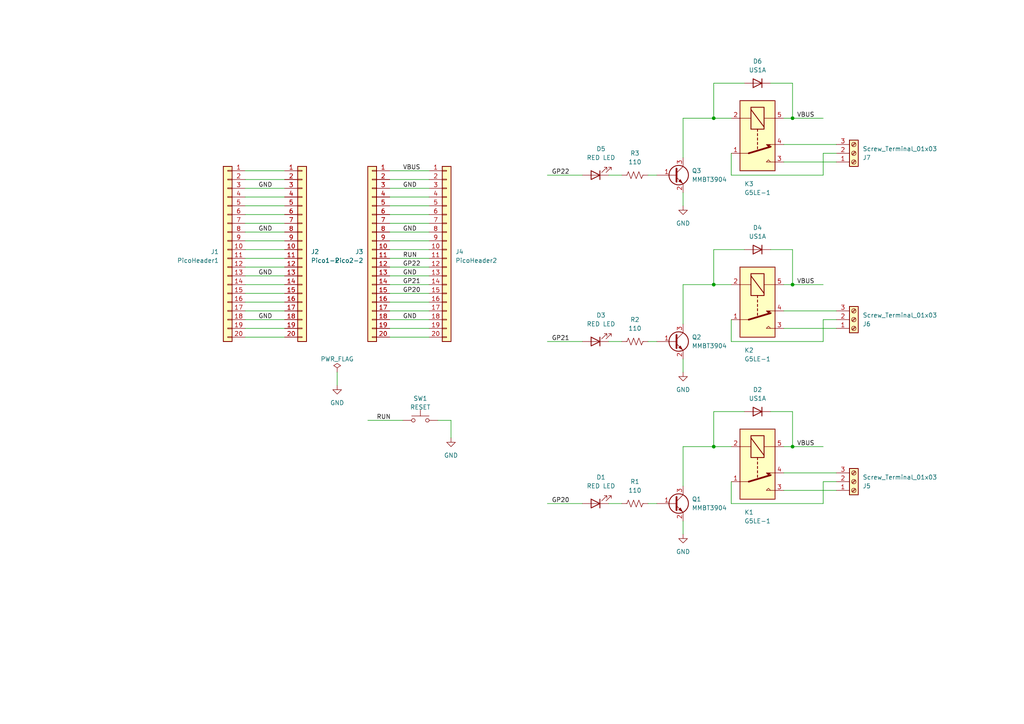
<source format=kicad_sch>
(kicad_sch (version 20230121) (generator eeschema)

  (uuid 049df920-2a69-4fff-af2d-35efd3102185)

  (paper "A4")

  (title_block
    (title "Pico Carrier Relay")
    (date "2023-10-07")
    (rev "A")
    (company "Computadoras y Sensores")
  )

  (lib_symbols
    (symbol "Connector:Screw_Terminal_01x03" (pin_names (offset 1.016) hide) (in_bom yes) (on_board yes)
      (property "Reference" "J" (at 0 5.08 0)
        (effects (font (size 1.27 1.27)))
      )
      (property "Value" "Screw_Terminal_01x03" (at 0 -5.08 0)
        (effects (font (size 1.27 1.27)))
      )
      (property "Footprint" "" (at 0 0 0)
        (effects (font (size 1.27 1.27)) hide)
      )
      (property "Datasheet" "~" (at 0 0 0)
        (effects (font (size 1.27 1.27)) hide)
      )
      (property "ki_keywords" "screw terminal" (at 0 0 0)
        (effects (font (size 1.27 1.27)) hide)
      )
      (property "ki_description" "Generic screw terminal, single row, 01x03, script generated (kicad-library-utils/schlib/autogen/connector/)" (at 0 0 0)
        (effects (font (size 1.27 1.27)) hide)
      )
      (property "ki_fp_filters" "TerminalBlock*:*" (at 0 0 0)
        (effects (font (size 1.27 1.27)) hide)
      )
      (symbol "Screw_Terminal_01x03_1_1"
        (rectangle (start -1.27 3.81) (end 1.27 -3.81)
          (stroke (width 0.254) (type default))
          (fill (type background))
        )
        (circle (center 0 -2.54) (radius 0.635)
          (stroke (width 0.1524) (type default))
          (fill (type none))
        )
        (polyline
          (pts
            (xy -0.5334 -2.2098)
            (xy 0.3302 -3.048)
          )
          (stroke (width 0.1524) (type default))
          (fill (type none))
        )
        (polyline
          (pts
            (xy -0.5334 0.3302)
            (xy 0.3302 -0.508)
          )
          (stroke (width 0.1524) (type default))
          (fill (type none))
        )
        (polyline
          (pts
            (xy -0.5334 2.8702)
            (xy 0.3302 2.032)
          )
          (stroke (width 0.1524) (type default))
          (fill (type none))
        )
        (polyline
          (pts
            (xy -0.3556 -2.032)
            (xy 0.508 -2.8702)
          )
          (stroke (width 0.1524) (type default))
          (fill (type none))
        )
        (polyline
          (pts
            (xy -0.3556 0.508)
            (xy 0.508 -0.3302)
          )
          (stroke (width 0.1524) (type default))
          (fill (type none))
        )
        (polyline
          (pts
            (xy -0.3556 3.048)
            (xy 0.508 2.2098)
          )
          (stroke (width 0.1524) (type default))
          (fill (type none))
        )
        (circle (center 0 0) (radius 0.635)
          (stroke (width 0.1524) (type default))
          (fill (type none))
        )
        (circle (center 0 2.54) (radius 0.635)
          (stroke (width 0.1524) (type default))
          (fill (type none))
        )
        (pin passive line (at -5.08 2.54 0) (length 3.81)
          (name "Pin_1" (effects (font (size 1.27 1.27))))
          (number "1" (effects (font (size 1.27 1.27))))
        )
        (pin passive line (at -5.08 0 0) (length 3.81)
          (name "Pin_2" (effects (font (size 1.27 1.27))))
          (number "2" (effects (font (size 1.27 1.27))))
        )
        (pin passive line (at -5.08 -2.54 0) (length 3.81)
          (name "Pin_3" (effects (font (size 1.27 1.27))))
          (number "3" (effects (font (size 1.27 1.27))))
        )
      )
    )
    (symbol "Connector_Generic:Conn_01x20" (pin_names (offset 1.016) hide) (in_bom yes) (on_board yes)
      (property "Reference" "J" (at 0 25.4 0)
        (effects (font (size 1.27 1.27)))
      )
      (property "Value" "Conn_01x20" (at 0 -27.94 0)
        (effects (font (size 1.27 1.27)))
      )
      (property "Footprint" "" (at 0 0 0)
        (effects (font (size 1.27 1.27)) hide)
      )
      (property "Datasheet" "~" (at 0 0 0)
        (effects (font (size 1.27 1.27)) hide)
      )
      (property "ki_keywords" "connector" (at 0 0 0)
        (effects (font (size 1.27 1.27)) hide)
      )
      (property "ki_description" "Generic connector, single row, 01x20, script generated (kicad-library-utils/schlib/autogen/connector/)" (at 0 0 0)
        (effects (font (size 1.27 1.27)) hide)
      )
      (property "ki_fp_filters" "Connector*:*_1x??_*" (at 0 0 0)
        (effects (font (size 1.27 1.27)) hide)
      )
      (symbol "Conn_01x20_1_1"
        (rectangle (start -1.27 -25.273) (end 0 -25.527)
          (stroke (width 0.1524) (type default))
          (fill (type none))
        )
        (rectangle (start -1.27 -22.733) (end 0 -22.987)
          (stroke (width 0.1524) (type default))
          (fill (type none))
        )
        (rectangle (start -1.27 -20.193) (end 0 -20.447)
          (stroke (width 0.1524) (type default))
          (fill (type none))
        )
        (rectangle (start -1.27 -17.653) (end 0 -17.907)
          (stroke (width 0.1524) (type default))
          (fill (type none))
        )
        (rectangle (start -1.27 -15.113) (end 0 -15.367)
          (stroke (width 0.1524) (type default))
          (fill (type none))
        )
        (rectangle (start -1.27 -12.573) (end 0 -12.827)
          (stroke (width 0.1524) (type default))
          (fill (type none))
        )
        (rectangle (start -1.27 -10.033) (end 0 -10.287)
          (stroke (width 0.1524) (type default))
          (fill (type none))
        )
        (rectangle (start -1.27 -7.493) (end 0 -7.747)
          (stroke (width 0.1524) (type default))
          (fill (type none))
        )
        (rectangle (start -1.27 -4.953) (end 0 -5.207)
          (stroke (width 0.1524) (type default))
          (fill (type none))
        )
        (rectangle (start -1.27 -2.413) (end 0 -2.667)
          (stroke (width 0.1524) (type default))
          (fill (type none))
        )
        (rectangle (start -1.27 0.127) (end 0 -0.127)
          (stroke (width 0.1524) (type default))
          (fill (type none))
        )
        (rectangle (start -1.27 2.667) (end 0 2.413)
          (stroke (width 0.1524) (type default))
          (fill (type none))
        )
        (rectangle (start -1.27 5.207) (end 0 4.953)
          (stroke (width 0.1524) (type default))
          (fill (type none))
        )
        (rectangle (start -1.27 7.747) (end 0 7.493)
          (stroke (width 0.1524) (type default))
          (fill (type none))
        )
        (rectangle (start -1.27 10.287) (end 0 10.033)
          (stroke (width 0.1524) (type default))
          (fill (type none))
        )
        (rectangle (start -1.27 12.827) (end 0 12.573)
          (stroke (width 0.1524) (type default))
          (fill (type none))
        )
        (rectangle (start -1.27 15.367) (end 0 15.113)
          (stroke (width 0.1524) (type default))
          (fill (type none))
        )
        (rectangle (start -1.27 17.907) (end 0 17.653)
          (stroke (width 0.1524) (type default))
          (fill (type none))
        )
        (rectangle (start -1.27 20.447) (end 0 20.193)
          (stroke (width 0.1524) (type default))
          (fill (type none))
        )
        (rectangle (start -1.27 22.987) (end 0 22.733)
          (stroke (width 0.1524) (type default))
          (fill (type none))
        )
        (rectangle (start -1.27 24.13) (end 1.27 -26.67)
          (stroke (width 0.254) (type default))
          (fill (type background))
        )
        (pin passive line (at -5.08 22.86 0) (length 3.81)
          (name "Pin_1" (effects (font (size 1.27 1.27))))
          (number "1" (effects (font (size 1.27 1.27))))
        )
        (pin passive line (at -5.08 0 0) (length 3.81)
          (name "Pin_10" (effects (font (size 1.27 1.27))))
          (number "10" (effects (font (size 1.27 1.27))))
        )
        (pin passive line (at -5.08 -2.54 0) (length 3.81)
          (name "Pin_11" (effects (font (size 1.27 1.27))))
          (number "11" (effects (font (size 1.27 1.27))))
        )
        (pin passive line (at -5.08 -5.08 0) (length 3.81)
          (name "Pin_12" (effects (font (size 1.27 1.27))))
          (number "12" (effects (font (size 1.27 1.27))))
        )
        (pin passive line (at -5.08 -7.62 0) (length 3.81)
          (name "Pin_13" (effects (font (size 1.27 1.27))))
          (number "13" (effects (font (size 1.27 1.27))))
        )
        (pin passive line (at -5.08 -10.16 0) (length 3.81)
          (name "Pin_14" (effects (font (size 1.27 1.27))))
          (number "14" (effects (font (size 1.27 1.27))))
        )
        (pin passive line (at -5.08 -12.7 0) (length 3.81)
          (name "Pin_15" (effects (font (size 1.27 1.27))))
          (number "15" (effects (font (size 1.27 1.27))))
        )
        (pin passive line (at -5.08 -15.24 0) (length 3.81)
          (name "Pin_16" (effects (font (size 1.27 1.27))))
          (number "16" (effects (font (size 1.27 1.27))))
        )
        (pin passive line (at -5.08 -17.78 0) (length 3.81)
          (name "Pin_17" (effects (font (size 1.27 1.27))))
          (number "17" (effects (font (size 1.27 1.27))))
        )
        (pin passive line (at -5.08 -20.32 0) (length 3.81)
          (name "Pin_18" (effects (font (size 1.27 1.27))))
          (number "18" (effects (font (size 1.27 1.27))))
        )
        (pin passive line (at -5.08 -22.86 0) (length 3.81)
          (name "Pin_19" (effects (font (size 1.27 1.27))))
          (number "19" (effects (font (size 1.27 1.27))))
        )
        (pin passive line (at -5.08 20.32 0) (length 3.81)
          (name "Pin_2" (effects (font (size 1.27 1.27))))
          (number "2" (effects (font (size 1.27 1.27))))
        )
        (pin passive line (at -5.08 -25.4 0) (length 3.81)
          (name "Pin_20" (effects (font (size 1.27 1.27))))
          (number "20" (effects (font (size 1.27 1.27))))
        )
        (pin passive line (at -5.08 17.78 0) (length 3.81)
          (name "Pin_3" (effects (font (size 1.27 1.27))))
          (number "3" (effects (font (size 1.27 1.27))))
        )
        (pin passive line (at -5.08 15.24 0) (length 3.81)
          (name "Pin_4" (effects (font (size 1.27 1.27))))
          (number "4" (effects (font (size 1.27 1.27))))
        )
        (pin passive line (at -5.08 12.7 0) (length 3.81)
          (name "Pin_5" (effects (font (size 1.27 1.27))))
          (number "5" (effects (font (size 1.27 1.27))))
        )
        (pin passive line (at -5.08 10.16 0) (length 3.81)
          (name "Pin_6" (effects (font (size 1.27 1.27))))
          (number "6" (effects (font (size 1.27 1.27))))
        )
        (pin passive line (at -5.08 7.62 0) (length 3.81)
          (name "Pin_7" (effects (font (size 1.27 1.27))))
          (number "7" (effects (font (size 1.27 1.27))))
        )
        (pin passive line (at -5.08 5.08 0) (length 3.81)
          (name "Pin_8" (effects (font (size 1.27 1.27))))
          (number "8" (effects (font (size 1.27 1.27))))
        )
        (pin passive line (at -5.08 2.54 0) (length 3.81)
          (name "Pin_9" (effects (font (size 1.27 1.27))))
          (number "9" (effects (font (size 1.27 1.27))))
        )
      )
    )
    (symbol "Device:LED" (pin_numbers hide) (pin_names (offset 1.016) hide) (in_bom yes) (on_board yes)
      (property "Reference" "D" (at 0 2.54 0)
        (effects (font (size 1.27 1.27)))
      )
      (property "Value" "LED" (at 0 -2.54 0)
        (effects (font (size 1.27 1.27)))
      )
      (property "Footprint" "" (at 0 0 0)
        (effects (font (size 1.27 1.27)) hide)
      )
      (property "Datasheet" "~" (at 0 0 0)
        (effects (font (size 1.27 1.27)) hide)
      )
      (property "ki_keywords" "LED diode" (at 0 0 0)
        (effects (font (size 1.27 1.27)) hide)
      )
      (property "ki_description" "Light emitting diode" (at 0 0 0)
        (effects (font (size 1.27 1.27)) hide)
      )
      (property "ki_fp_filters" "LED* LED_SMD:* LED_THT:*" (at 0 0 0)
        (effects (font (size 1.27 1.27)) hide)
      )
      (symbol "LED_0_1"
        (polyline
          (pts
            (xy -1.27 -1.27)
            (xy -1.27 1.27)
          )
          (stroke (width 0.254) (type default))
          (fill (type none))
        )
        (polyline
          (pts
            (xy -1.27 0)
            (xy 1.27 0)
          )
          (stroke (width 0) (type default))
          (fill (type none))
        )
        (polyline
          (pts
            (xy 1.27 -1.27)
            (xy 1.27 1.27)
            (xy -1.27 0)
            (xy 1.27 -1.27)
          )
          (stroke (width 0.254) (type default))
          (fill (type none))
        )
        (polyline
          (pts
            (xy -3.048 -0.762)
            (xy -4.572 -2.286)
            (xy -3.81 -2.286)
            (xy -4.572 -2.286)
            (xy -4.572 -1.524)
          )
          (stroke (width 0) (type default))
          (fill (type none))
        )
        (polyline
          (pts
            (xy -1.778 -0.762)
            (xy -3.302 -2.286)
            (xy -2.54 -2.286)
            (xy -3.302 -2.286)
            (xy -3.302 -1.524)
          )
          (stroke (width 0) (type default))
          (fill (type none))
        )
      )
      (symbol "LED_1_1"
        (pin passive line (at -3.81 0 0) (length 2.54)
          (name "K" (effects (font (size 1.27 1.27))))
          (number "1" (effects (font (size 1.27 1.27))))
        )
        (pin passive line (at 3.81 0 180) (length 2.54)
          (name "A" (effects (font (size 1.27 1.27))))
          (number "2" (effects (font (size 1.27 1.27))))
        )
      )
    )
    (symbol "Device:R_US" (pin_numbers hide) (pin_names (offset 0)) (in_bom yes) (on_board yes)
      (property "Reference" "R" (at 2.54 0 90)
        (effects (font (size 1.27 1.27)))
      )
      (property "Value" "R_US" (at -2.54 0 90)
        (effects (font (size 1.27 1.27)))
      )
      (property "Footprint" "" (at 1.016 -0.254 90)
        (effects (font (size 1.27 1.27)) hide)
      )
      (property "Datasheet" "~" (at 0 0 0)
        (effects (font (size 1.27 1.27)) hide)
      )
      (property "ki_keywords" "R res resistor" (at 0 0 0)
        (effects (font (size 1.27 1.27)) hide)
      )
      (property "ki_description" "Resistor, US symbol" (at 0 0 0)
        (effects (font (size 1.27 1.27)) hide)
      )
      (property "ki_fp_filters" "R_*" (at 0 0 0)
        (effects (font (size 1.27 1.27)) hide)
      )
      (symbol "R_US_0_1"
        (polyline
          (pts
            (xy 0 -2.286)
            (xy 0 -2.54)
          )
          (stroke (width 0) (type default))
          (fill (type none))
        )
        (polyline
          (pts
            (xy 0 2.286)
            (xy 0 2.54)
          )
          (stroke (width 0) (type default))
          (fill (type none))
        )
        (polyline
          (pts
            (xy 0 -0.762)
            (xy 1.016 -1.143)
            (xy 0 -1.524)
            (xy -1.016 -1.905)
            (xy 0 -2.286)
          )
          (stroke (width 0) (type default))
          (fill (type none))
        )
        (polyline
          (pts
            (xy 0 0.762)
            (xy 1.016 0.381)
            (xy 0 0)
            (xy -1.016 -0.381)
            (xy 0 -0.762)
          )
          (stroke (width 0) (type default))
          (fill (type none))
        )
        (polyline
          (pts
            (xy 0 2.286)
            (xy 1.016 1.905)
            (xy 0 1.524)
            (xy -1.016 1.143)
            (xy 0 0.762)
          )
          (stroke (width 0) (type default))
          (fill (type none))
        )
      )
      (symbol "R_US_1_1"
        (pin passive line (at 0 3.81 270) (length 1.27)
          (name "~" (effects (font (size 1.27 1.27))))
          (number "1" (effects (font (size 1.27 1.27))))
        )
        (pin passive line (at 0 -3.81 90) (length 1.27)
          (name "~" (effects (font (size 1.27 1.27))))
          (number "2" (effects (font (size 1.27 1.27))))
        )
      )
    )
    (symbol "Diode:US1A" (pin_numbers hide) (pin_names hide) (in_bom yes) (on_board yes)
      (property "Reference" "D" (at 0 2.54 0)
        (effects (font (size 1.27 1.27)))
      )
      (property "Value" "US1A" (at 0 -2.54 0)
        (effects (font (size 1.27 1.27)))
      )
      (property "Footprint" "Diode_SMD:D_SMA" (at 0 -4.445 0)
        (effects (font (size 1.27 1.27)) hide)
      )
      (property "Datasheet" "https://www.diodes.com/assets/Datasheets/ds16008.pdf" (at 0 0 0)
        (effects (font (size 1.27 1.27)) hide)
      )
      (property "Sim.Device" "D" (at 0 0 0)
        (effects (font (size 1.27 1.27)) hide)
      )
      (property "Sim.Pins" "1=K 2=A" (at 0 0 0)
        (effects (font (size 1.27 1.27)) hide)
      )
      (property "ki_keywords" "Ultra Fast" (at 0 0 0)
        (effects (font (size 1.27 1.27)) hide)
      )
      (property "ki_description" "50V, 1A, General Purpose Rectifier Diode, SMA(DO-214AC)" (at 0 0 0)
        (effects (font (size 1.27 1.27)) hide)
      )
      (property "ki_fp_filters" "D*SMA*" (at 0 0 0)
        (effects (font (size 1.27 1.27)) hide)
      )
      (symbol "US1A_0_1"
        (polyline
          (pts
            (xy -1.27 1.27)
            (xy -1.27 -1.27)
          )
          (stroke (width 0.254) (type default))
          (fill (type none))
        )
        (polyline
          (pts
            (xy 1.27 0)
            (xy -1.27 0)
          )
          (stroke (width 0) (type default))
          (fill (type none))
        )
        (polyline
          (pts
            (xy 1.27 1.27)
            (xy 1.27 -1.27)
            (xy -1.27 0)
            (xy 1.27 1.27)
          )
          (stroke (width 0.254) (type default))
          (fill (type none))
        )
      )
      (symbol "US1A_1_1"
        (pin passive line (at -3.81 0 0) (length 2.54)
          (name "K" (effects (font (size 1.27 1.27))))
          (number "1" (effects (font (size 1.27 1.27))))
        )
        (pin passive line (at 3.81 0 180) (length 2.54)
          (name "A" (effects (font (size 1.27 1.27))))
          (number "2" (effects (font (size 1.27 1.27))))
        )
      )
    )
    (symbol "Relay:G5LE-1" (in_bom yes) (on_board yes)
      (property "Reference" "K" (at 11.43 3.81 0)
        (effects (font (size 1.27 1.27)) (justify left))
      )
      (property "Value" "G5LE-1" (at 11.43 1.27 0)
        (effects (font (size 1.27 1.27)) (justify left))
      )
      (property "Footprint" "Relay_THT:Relay_SPDT_Omron-G5LE-1" (at 11.43 -1.27 0)
        (effects (font (size 1.27 1.27)) (justify left) hide)
      )
      (property "Datasheet" "http://www.omron.com/ecb/products/pdf/en-g5le.pdf" (at 0 0 0)
        (effects (font (size 1.27 1.27)) hide)
      )
      (property "ki_keywords" "Miniature Single Pole Relay" (at 0 0 0)
        (effects (font (size 1.27 1.27)) hide)
      )
      (property "ki_description" "Omron G5LE relay, Miniature Single Pole, SPDT, 10A" (at 0 0 0)
        (effects (font (size 1.27 1.27)) hide)
      )
      (property "ki_fp_filters" "Relay*SPDT*Omron*G5LE?1*" (at 0 0 0)
        (effects (font (size 1.27 1.27)) hide)
      )
      (symbol "G5LE-1_0_0"
        (polyline
          (pts
            (xy 7.62 5.08)
            (xy 7.62 2.54)
            (xy 6.985 3.175)
            (xy 7.62 3.81)
          )
          (stroke (width 0) (type default))
          (fill (type none))
        )
      )
      (symbol "G5LE-1_0_1"
        (rectangle (start -10.16 5.08) (end 10.16 -5.08)
          (stroke (width 0.254) (type default))
          (fill (type background))
        )
        (rectangle (start -8.255 1.905) (end -1.905 -1.905)
          (stroke (width 0.254) (type default))
          (fill (type none))
        )
        (polyline
          (pts
            (xy -7.62 -1.905)
            (xy -2.54 1.905)
          )
          (stroke (width 0.254) (type default))
          (fill (type none))
        )
        (polyline
          (pts
            (xy -5.08 -5.08)
            (xy -5.08 -1.905)
          )
          (stroke (width 0) (type default))
          (fill (type none))
        )
        (polyline
          (pts
            (xy -5.08 5.08)
            (xy -5.08 1.905)
          )
          (stroke (width 0) (type default))
          (fill (type none))
        )
        (polyline
          (pts
            (xy -1.905 0)
            (xy -1.27 0)
          )
          (stroke (width 0.254) (type default))
          (fill (type none))
        )
        (polyline
          (pts
            (xy -0.635 0)
            (xy 0 0)
          )
          (stroke (width 0.254) (type default))
          (fill (type none))
        )
        (polyline
          (pts
            (xy 0.635 0)
            (xy 1.27 0)
          )
          (stroke (width 0.254) (type default))
          (fill (type none))
        )
        (polyline
          (pts
            (xy 1.905 0)
            (xy 2.54 0)
          )
          (stroke (width 0.254) (type default))
          (fill (type none))
        )
        (polyline
          (pts
            (xy 3.175 0)
            (xy 3.81 0)
          )
          (stroke (width 0.254) (type default))
          (fill (type none))
        )
        (polyline
          (pts
            (xy 5.08 -2.54)
            (xy 3.175 3.81)
          )
          (stroke (width 0.508) (type default))
          (fill (type none))
        )
        (polyline
          (pts
            (xy 5.08 -2.54)
            (xy 5.08 -5.08)
          )
          (stroke (width 0) (type default))
          (fill (type none))
        )
        (polyline
          (pts
            (xy 2.54 5.08)
            (xy 2.54 2.54)
            (xy 3.175 3.175)
            (xy 2.54 3.81)
          )
          (stroke (width 0) (type default))
          (fill (type outline))
        )
      )
      (symbol "G5LE-1_1_1"
        (pin passive line (at 5.08 -7.62 90) (length 2.54)
          (name "~" (effects (font (size 1.27 1.27))))
          (number "1" (effects (font (size 1.27 1.27))))
        )
        (pin passive line (at -5.08 -7.62 90) (length 2.54)
          (name "~" (effects (font (size 1.27 1.27))))
          (number "2" (effects (font (size 1.27 1.27))))
        )
        (pin passive line (at 7.62 7.62 270) (length 2.54)
          (name "~" (effects (font (size 1.27 1.27))))
          (number "3" (effects (font (size 1.27 1.27))))
        )
        (pin passive line (at 2.54 7.62 270) (length 2.54)
          (name "~" (effects (font (size 1.27 1.27))))
          (number "4" (effects (font (size 1.27 1.27))))
        )
        (pin passive line (at -5.08 7.62 270) (length 2.54)
          (name "~" (effects (font (size 1.27 1.27))))
          (number "5" (effects (font (size 1.27 1.27))))
        )
      )
    )
    (symbol "Switch:SW_Push" (pin_numbers hide) (pin_names (offset 1.016) hide) (in_bom yes) (on_board yes)
      (property "Reference" "SW" (at 1.27 2.54 0)
        (effects (font (size 1.27 1.27)) (justify left))
      )
      (property "Value" "SW_Push" (at 0 -1.524 0)
        (effects (font (size 1.27 1.27)))
      )
      (property "Footprint" "" (at 0 5.08 0)
        (effects (font (size 1.27 1.27)) hide)
      )
      (property "Datasheet" "~" (at 0 5.08 0)
        (effects (font (size 1.27 1.27)) hide)
      )
      (property "ki_keywords" "switch normally-open pushbutton push-button" (at 0 0 0)
        (effects (font (size 1.27 1.27)) hide)
      )
      (property "ki_description" "Push button switch, generic, two pins" (at 0 0 0)
        (effects (font (size 1.27 1.27)) hide)
      )
      (symbol "SW_Push_0_1"
        (circle (center -2.032 0) (radius 0.508)
          (stroke (width 0) (type default))
          (fill (type none))
        )
        (polyline
          (pts
            (xy 0 1.27)
            (xy 0 3.048)
          )
          (stroke (width 0) (type default))
          (fill (type none))
        )
        (polyline
          (pts
            (xy 2.54 1.27)
            (xy -2.54 1.27)
          )
          (stroke (width 0) (type default))
          (fill (type none))
        )
        (circle (center 2.032 0) (radius 0.508)
          (stroke (width 0) (type default))
          (fill (type none))
        )
        (pin passive line (at -5.08 0 0) (length 2.54)
          (name "1" (effects (font (size 1.27 1.27))))
          (number "1" (effects (font (size 1.27 1.27))))
        )
        (pin passive line (at 5.08 0 180) (length 2.54)
          (name "2" (effects (font (size 1.27 1.27))))
          (number "2" (effects (font (size 1.27 1.27))))
        )
      )
    )
    (symbol "Transistor_BJT:MMBT3904" (pin_names (offset 0) hide) (in_bom yes) (on_board yes)
      (property "Reference" "Q" (at 5.08 1.905 0)
        (effects (font (size 1.27 1.27)) (justify left))
      )
      (property "Value" "MMBT3904" (at 5.08 0 0)
        (effects (font (size 1.27 1.27)) (justify left))
      )
      (property "Footprint" "Package_TO_SOT_SMD:SOT-23" (at 5.08 -1.905 0)
        (effects (font (size 1.27 1.27) italic) (justify left) hide)
      )
      (property "Datasheet" "https://www.onsemi.com/pdf/datasheet/pzt3904-d.pdf" (at 0 0 0)
        (effects (font (size 1.27 1.27)) (justify left) hide)
      )
      (property "ki_keywords" "NPN Transistor" (at 0 0 0)
        (effects (font (size 1.27 1.27)) hide)
      )
      (property "ki_description" "0.2A Ic, 40V Vce, Small Signal NPN Transistor, SOT-23" (at 0 0 0)
        (effects (font (size 1.27 1.27)) hide)
      )
      (property "ki_fp_filters" "SOT?23*" (at 0 0 0)
        (effects (font (size 1.27 1.27)) hide)
      )
      (symbol "MMBT3904_0_1"
        (polyline
          (pts
            (xy 0.635 0.635)
            (xy 2.54 2.54)
          )
          (stroke (width 0) (type default))
          (fill (type none))
        )
        (polyline
          (pts
            (xy 0.635 -0.635)
            (xy 2.54 -2.54)
            (xy 2.54 -2.54)
          )
          (stroke (width 0) (type default))
          (fill (type none))
        )
        (polyline
          (pts
            (xy 0.635 1.905)
            (xy 0.635 -1.905)
            (xy 0.635 -1.905)
          )
          (stroke (width 0.508) (type default))
          (fill (type none))
        )
        (polyline
          (pts
            (xy 1.27 -1.778)
            (xy 1.778 -1.27)
            (xy 2.286 -2.286)
            (xy 1.27 -1.778)
            (xy 1.27 -1.778)
          )
          (stroke (width 0) (type default))
          (fill (type outline))
        )
        (circle (center 1.27 0) (radius 2.8194)
          (stroke (width 0.254) (type default))
          (fill (type none))
        )
      )
      (symbol "MMBT3904_1_1"
        (pin input line (at -5.08 0 0) (length 5.715)
          (name "B" (effects (font (size 1.27 1.27))))
          (number "1" (effects (font (size 1.27 1.27))))
        )
        (pin passive line (at 2.54 -5.08 90) (length 2.54)
          (name "E" (effects (font (size 1.27 1.27))))
          (number "2" (effects (font (size 1.27 1.27))))
        )
        (pin passive line (at 2.54 5.08 270) (length 2.54)
          (name "C" (effects (font (size 1.27 1.27))))
          (number "3" (effects (font (size 1.27 1.27))))
        )
      )
    )
    (symbol "power:GND" (power) (pin_names (offset 0)) (in_bom yes) (on_board yes)
      (property "Reference" "#PWR" (at 0 -6.35 0)
        (effects (font (size 1.27 1.27)) hide)
      )
      (property "Value" "GND" (at 0 -3.81 0)
        (effects (font (size 1.27 1.27)))
      )
      (property "Footprint" "" (at 0 0 0)
        (effects (font (size 1.27 1.27)) hide)
      )
      (property "Datasheet" "" (at 0 0 0)
        (effects (font (size 1.27 1.27)) hide)
      )
      (property "ki_keywords" "global power" (at 0 0 0)
        (effects (font (size 1.27 1.27)) hide)
      )
      (property "ki_description" "Power symbol creates a global label with name \"GND\" , ground" (at 0 0 0)
        (effects (font (size 1.27 1.27)) hide)
      )
      (symbol "GND_0_1"
        (polyline
          (pts
            (xy 0 0)
            (xy 0 -1.27)
            (xy 1.27 -1.27)
            (xy 0 -2.54)
            (xy -1.27 -1.27)
            (xy 0 -1.27)
          )
          (stroke (width 0) (type default))
          (fill (type none))
        )
      )
      (symbol "GND_1_1"
        (pin power_in line (at 0 0 270) (length 0) hide
          (name "GND" (effects (font (size 1.27 1.27))))
          (number "1" (effects (font (size 1.27 1.27))))
        )
      )
    )
    (symbol "power:PWR_FLAG" (power) (pin_numbers hide) (pin_names (offset 0) hide) (in_bom yes) (on_board yes)
      (property "Reference" "#FLG" (at 0 1.905 0)
        (effects (font (size 1.27 1.27)) hide)
      )
      (property "Value" "PWR_FLAG" (at 0 3.81 0)
        (effects (font (size 1.27 1.27)))
      )
      (property "Footprint" "" (at 0 0 0)
        (effects (font (size 1.27 1.27)) hide)
      )
      (property "Datasheet" "~" (at 0 0 0)
        (effects (font (size 1.27 1.27)) hide)
      )
      (property "ki_keywords" "flag power" (at 0 0 0)
        (effects (font (size 1.27 1.27)) hide)
      )
      (property "ki_description" "Special symbol for telling ERC where power comes from" (at 0 0 0)
        (effects (font (size 1.27 1.27)) hide)
      )
      (symbol "PWR_FLAG_0_0"
        (pin power_out line (at 0 0 90) (length 0)
          (name "pwr" (effects (font (size 1.27 1.27))))
          (number "1" (effects (font (size 1.27 1.27))))
        )
      )
      (symbol "PWR_FLAG_0_1"
        (polyline
          (pts
            (xy 0 0)
            (xy 0 1.27)
            (xy -1.016 1.905)
            (xy 0 2.54)
            (xy 1.016 1.905)
            (xy 0 1.27)
          )
          (stroke (width 0) (type default))
          (fill (type none))
        )
      )
    )
  )

  (junction (at 207.01 82.55) (diameter 0) (color 0 0 0 0)
    (uuid 0b1c3f7a-c99c-4d2f-9ca8-a4b33632c542)
  )
  (junction (at 207.01 129.54) (diameter 0) (color 0 0 0 0)
    (uuid 1257086f-a463-45f3-b1bb-e24ced5079e1)
  )
  (junction (at 229.87 82.55) (diameter 0) (color 0 0 0 0)
    (uuid 60d64cfa-a613-430e-9e76-08996fc10c17)
  )
  (junction (at 229.87 129.54) (diameter 0) (color 0 0 0 0)
    (uuid 76678151-dee5-4df1-8a24-7395a26e13b0)
  )
  (junction (at 207.01 34.29) (diameter 0) (color 0 0 0 0)
    (uuid 87598e07-f81b-40bb-ac2c-48c8306e4247)
  )
  (junction (at 229.87 34.29) (diameter 0) (color 0 0 0 0)
    (uuid e6b9b14b-b332-43b7-84ce-77db99c740c5)
  )

  (wire (pts (xy 215.9 72.39) (xy 207.01 72.39))
    (stroke (width 0) (type default))
    (uuid 011dca9c-a70b-437e-985b-f2e0c5cb1c8d)
  )
  (wire (pts (xy 113.03 69.85) (xy 124.46 69.85))
    (stroke (width 0) (type default))
    (uuid 03af0ee6-2364-4b3f-bdd8-71e7fed2c6e8)
  )
  (wire (pts (xy 97.79 107.95) (xy 97.79 111.76))
    (stroke (width 0) (type default))
    (uuid 04ce6c5b-da25-4ade-aade-a604a80a67e2)
  )
  (wire (pts (xy 207.01 72.39) (xy 207.01 82.55))
    (stroke (width 0) (type default))
    (uuid 0c93b182-1e10-4f7d-bbeb-55f8c3c8028a)
  )
  (wire (pts (xy 113.03 67.31) (xy 124.46 67.31))
    (stroke (width 0) (type default))
    (uuid 0ce463e7-79e6-4a0c-a6d0-3877b6ab2afa)
  )
  (wire (pts (xy 113.03 62.23) (xy 124.46 62.23))
    (stroke (width 0) (type default))
    (uuid 0ed342a9-bc56-4a64-a554-b8809ccf37b1)
  )
  (wire (pts (xy 127 121.92) (xy 130.81 121.92))
    (stroke (width 0) (type default))
    (uuid 158d8ad1-e5b7-4351-83b0-41b6b07a9fa9)
  )
  (wire (pts (xy 71.12 69.85) (xy 82.55 69.85))
    (stroke (width 0) (type default))
    (uuid 16764486-9270-47a1-af86-d5dde5f9aceb)
  )
  (wire (pts (xy 113.03 74.93) (xy 124.46 74.93))
    (stroke (width 0) (type default))
    (uuid 16c49095-d80b-4aac-8bd9-e3a9e3f05e40)
  )
  (wire (pts (xy 223.52 119.38) (xy 229.87 119.38))
    (stroke (width 0) (type default))
    (uuid 17322691-9d04-4ab3-9c34-81cae7fbdcbc)
  )
  (wire (pts (xy 113.03 95.25) (xy 124.46 95.25))
    (stroke (width 0) (type default))
    (uuid 17dcddcb-56f4-4aab-a3b8-db93f13ed024)
  )
  (wire (pts (xy 113.03 64.77) (xy 124.46 64.77))
    (stroke (width 0) (type default))
    (uuid 19a66ce0-f382-4629-94d9-6b540b53ce3d)
  )
  (wire (pts (xy 158.75 146.05) (xy 168.91 146.05))
    (stroke (width 0) (type default))
    (uuid 1ad34864-2b9a-4944-b662-30e4f2a1aabe)
  )
  (wire (pts (xy 71.12 67.31) (xy 82.55 67.31))
    (stroke (width 0) (type default))
    (uuid 1ae26c0c-d1e3-4550-9c3a-bee4f01e4009)
  )
  (wire (pts (xy 227.33 137.16) (xy 242.57 137.16))
    (stroke (width 0) (type default))
    (uuid 1bd9d102-d2a6-489e-8e3c-7a3aa9204fd6)
  )
  (wire (pts (xy 187.96 50.8) (xy 190.5 50.8))
    (stroke (width 0) (type default))
    (uuid 1d9a9c9b-cf59-454a-8b4c-17e385f674ea)
  )
  (wire (pts (xy 113.03 57.15) (xy 124.46 57.15))
    (stroke (width 0) (type default))
    (uuid 234895cc-3d6d-4955-bf9e-f1286e226a8b)
  )
  (wire (pts (xy 71.12 82.55) (xy 82.55 82.55))
    (stroke (width 0) (type default))
    (uuid 26b942d7-fcef-4ac9-9e1e-42cb59cb01af)
  )
  (wire (pts (xy 238.76 50.8) (xy 238.76 44.45))
    (stroke (width 0) (type default))
    (uuid 282ed546-7609-4690-81f6-e783889aa79a)
  )
  (wire (pts (xy 229.87 119.38) (xy 229.87 129.54))
    (stroke (width 0) (type default))
    (uuid 2b839dea-4fe5-46f0-8409-4b58f2972297)
  )
  (wire (pts (xy 227.33 46.99) (xy 242.57 46.99))
    (stroke (width 0) (type default))
    (uuid 2fbee472-2829-43ef-b80a-a39b5f492e7d)
  )
  (wire (pts (xy 238.76 44.45) (xy 242.57 44.45))
    (stroke (width 0) (type default))
    (uuid 3e1819cd-93bd-48d0-ae2c-d60f506ccf5d)
  )
  (wire (pts (xy 212.09 92.71) (xy 212.09 99.06))
    (stroke (width 0) (type default))
    (uuid 426bd471-f196-4da7-80ed-51083ff401d9)
  )
  (wire (pts (xy 113.03 59.69) (xy 124.46 59.69))
    (stroke (width 0) (type default))
    (uuid 437640fa-6e54-4235-abbd-be72e45a3879)
  )
  (wire (pts (xy 229.87 82.55) (xy 227.33 82.55))
    (stroke (width 0) (type default))
    (uuid 45a1584b-7059-40d8-b5c0-a2fba28810e1)
  )
  (wire (pts (xy 106.68 121.92) (xy 116.84 121.92))
    (stroke (width 0) (type default))
    (uuid 475657b5-54b8-4009-b212-a23cbc68b1e2)
  )
  (wire (pts (xy 198.12 129.54) (xy 198.12 140.97))
    (stroke (width 0) (type default))
    (uuid 478d8ed2-25ce-4059-bbd9-6e65164671db)
  )
  (wire (pts (xy 212.09 139.7) (xy 212.09 146.05))
    (stroke (width 0) (type default))
    (uuid 4cc0c8fa-ec1b-49f5-9f96-be2ab03bb25c)
  )
  (wire (pts (xy 71.12 57.15) (xy 82.55 57.15))
    (stroke (width 0) (type default))
    (uuid 4d678329-3e8f-486c-854d-f074c275d8a2)
  )
  (wire (pts (xy 113.03 82.55) (xy 124.46 82.55))
    (stroke (width 0) (type default))
    (uuid 504ba97a-1350-47a3-b147-4c84ebcf5980)
  )
  (wire (pts (xy 238.76 82.55) (xy 229.87 82.55))
    (stroke (width 0) (type default))
    (uuid 52c88d6c-bb59-4a1d-8c86-c8afd87015c0)
  )
  (wire (pts (xy 238.76 146.05) (xy 238.76 139.7))
    (stroke (width 0) (type default))
    (uuid 547b6013-96a9-4eea-8667-326202561e11)
  )
  (wire (pts (xy 113.03 77.47) (xy 124.46 77.47))
    (stroke (width 0) (type default))
    (uuid 557a24bc-9e2a-4bd3-badd-8e1a2db95a6a)
  )
  (wire (pts (xy 158.75 99.06) (xy 168.91 99.06))
    (stroke (width 0) (type default))
    (uuid 58414736-b431-490b-933c-8f6d4a4358af)
  )
  (wire (pts (xy 71.12 72.39) (xy 82.55 72.39))
    (stroke (width 0) (type default))
    (uuid 5907c02e-5c93-4be0-8705-695081c69076)
  )
  (wire (pts (xy 229.87 34.29) (xy 227.33 34.29))
    (stroke (width 0) (type default))
    (uuid 592a1d45-dd1c-4d37-8370-6d0140dec2ab)
  )
  (wire (pts (xy 227.33 90.17) (xy 242.57 90.17))
    (stroke (width 0) (type default))
    (uuid 5a2a2a71-0313-4777-90a7-2a1a7fad78d6)
  )
  (wire (pts (xy 227.33 142.24) (xy 242.57 142.24))
    (stroke (width 0) (type default))
    (uuid 5bd75f74-7f75-411b-b944-c438103cd22b)
  )
  (wire (pts (xy 113.03 52.07) (xy 124.46 52.07))
    (stroke (width 0) (type default))
    (uuid 5f981592-ca31-4edc-a170-c807b49f6afc)
  )
  (wire (pts (xy 71.12 80.01) (xy 82.55 80.01))
    (stroke (width 0) (type default))
    (uuid 60e74003-90f3-4708-adb1-2ca3c4170ccc)
  )
  (wire (pts (xy 198.12 34.29) (xy 198.12 45.72))
    (stroke (width 0) (type default))
    (uuid 64bbf9f8-f03e-4774-9d7f-b4ed68030c88)
  )
  (wire (pts (xy 223.52 24.13) (xy 229.87 24.13))
    (stroke (width 0) (type default))
    (uuid 68720e49-ebf6-41b2-be9d-97e66316ee77)
  )
  (wire (pts (xy 71.12 95.25) (xy 82.55 95.25))
    (stroke (width 0) (type default))
    (uuid 6b9afcac-aa56-4574-ad73-1f6c88becc95)
  )
  (wire (pts (xy 176.53 146.05) (xy 180.34 146.05))
    (stroke (width 0) (type default))
    (uuid 6cebe9bb-5796-48a4-a33f-024f45267e81)
  )
  (wire (pts (xy 187.96 146.05) (xy 190.5 146.05))
    (stroke (width 0) (type default))
    (uuid 6ddce76b-b689-4c78-8998-4536357eb1fe)
  )
  (wire (pts (xy 176.53 99.06) (xy 180.34 99.06))
    (stroke (width 0) (type default))
    (uuid 6fb5769a-2d9c-4a8c-b9d8-d87c6a2ec04b)
  )
  (wire (pts (xy 71.12 92.71) (xy 82.55 92.71))
    (stroke (width 0) (type default))
    (uuid 7293f5eb-2dc8-4dbd-9ffa-171696ebe0f8)
  )
  (wire (pts (xy 71.12 87.63) (xy 82.55 87.63))
    (stroke (width 0) (type default))
    (uuid 7569a094-306a-49c3-9c10-873d89429213)
  )
  (wire (pts (xy 113.03 80.01) (xy 124.46 80.01))
    (stroke (width 0) (type default))
    (uuid 7585f9c1-3787-41e2-9406-b2dceaf54a7a)
  )
  (wire (pts (xy 227.33 41.91) (xy 242.57 41.91))
    (stroke (width 0) (type default))
    (uuid 76617df5-6bb3-469b-a2ae-aaa8ad3c137d)
  )
  (wire (pts (xy 113.03 97.79) (xy 124.46 97.79))
    (stroke (width 0) (type default))
    (uuid 76bd1461-d94e-4772-a147-aabad6ad30b7)
  )
  (wire (pts (xy 207.01 82.55) (xy 198.12 82.55))
    (stroke (width 0) (type default))
    (uuid 7efe182e-ceee-4d01-a453-fd3a13ac8f29)
  )
  (wire (pts (xy 113.03 92.71) (xy 124.46 92.71))
    (stroke (width 0) (type default))
    (uuid 8160bb29-54b9-4819-8bb1-846d49fd1e1f)
  )
  (wire (pts (xy 71.12 64.77) (xy 82.55 64.77))
    (stroke (width 0) (type default))
    (uuid 8174d6cf-f07b-4afe-abab-4b85b992697b)
  )
  (wire (pts (xy 212.09 129.54) (xy 207.01 129.54))
    (stroke (width 0) (type default))
    (uuid 832f6216-54f8-4794-a6cd-eef4f3d5ab2e)
  )
  (wire (pts (xy 71.12 97.79) (xy 82.55 97.79))
    (stroke (width 0) (type default))
    (uuid 865a5369-2654-49b6-a0e1-35b9a88b47f7)
  )
  (wire (pts (xy 227.33 95.25) (xy 242.57 95.25))
    (stroke (width 0) (type default))
    (uuid 88066917-dbb6-4bcf-8994-cd9bc2995500)
  )
  (wire (pts (xy 223.52 72.39) (xy 229.87 72.39))
    (stroke (width 0) (type default))
    (uuid 8fbc06f8-80c4-40e2-ba6c-5ce9ca6b587d)
  )
  (wire (pts (xy 187.96 99.06) (xy 190.5 99.06))
    (stroke (width 0) (type default))
    (uuid 8fe6e896-81e7-4b0a-a9dd-3006c1524f6c)
  )
  (wire (pts (xy 113.03 90.17) (xy 124.46 90.17))
    (stroke (width 0) (type default))
    (uuid 9146ae95-28a5-49b5-9e85-737e6646a44a)
  )
  (wire (pts (xy 207.01 129.54) (xy 198.12 129.54))
    (stroke (width 0) (type default))
    (uuid 91917cbe-e943-4616-b9f3-16848e3a454d)
  )
  (wire (pts (xy 71.12 52.07) (xy 82.55 52.07))
    (stroke (width 0) (type default))
    (uuid 91e08826-5670-483b-9891-86043f3018fa)
  )
  (wire (pts (xy 238.76 139.7) (xy 242.57 139.7))
    (stroke (width 0) (type default))
    (uuid 953cbd29-06bc-4573-b977-321923ee432a)
  )
  (wire (pts (xy 207.01 24.13) (xy 207.01 34.29))
    (stroke (width 0) (type default))
    (uuid 99399eba-d23e-46f1-89da-0e22301eb3a6)
  )
  (wire (pts (xy 212.09 44.45) (xy 212.09 50.8))
    (stroke (width 0) (type default))
    (uuid 9b4859a0-abcf-4cd4-897c-cc2f81002317)
  )
  (wire (pts (xy 113.03 72.39) (xy 124.46 72.39))
    (stroke (width 0) (type default))
    (uuid 9ccd79f2-a251-4bc6-b575-9dada6a282ba)
  )
  (wire (pts (xy 113.03 85.09) (xy 124.46 85.09))
    (stroke (width 0) (type default))
    (uuid 9d08caf9-6485-4cb9-8550-abd9cef24e41)
  )
  (wire (pts (xy 176.53 50.8) (xy 180.34 50.8))
    (stroke (width 0) (type default))
    (uuid 9f1ec54d-4d8d-4aa8-8fa2-92e82ce33c03)
  )
  (wire (pts (xy 71.12 62.23) (xy 82.55 62.23))
    (stroke (width 0) (type default))
    (uuid a487e73f-b5dd-4db7-8bb8-35eddd3784d1)
  )
  (wire (pts (xy 71.12 90.17) (xy 82.55 90.17))
    (stroke (width 0) (type default))
    (uuid a4c4ae16-0792-4f51-8792-10395f3d8cb7)
  )
  (wire (pts (xy 229.87 72.39) (xy 229.87 82.55))
    (stroke (width 0) (type default))
    (uuid a9588490-8601-403e-af9c-ec637db69e1f)
  )
  (wire (pts (xy 198.12 151.13) (xy 198.12 154.94))
    (stroke (width 0) (type default))
    (uuid ac01b171-9712-44c0-954f-08d67c6907f4)
  )
  (wire (pts (xy 207.01 34.29) (xy 198.12 34.29))
    (stroke (width 0) (type default))
    (uuid ae42831b-263a-43ec-b9fe-d94e0d6887d9)
  )
  (wire (pts (xy 113.03 54.61) (xy 124.46 54.61))
    (stroke (width 0) (type default))
    (uuid aee12728-b99f-4512-88e4-496ec3cf8cbf)
  )
  (wire (pts (xy 71.12 74.93) (xy 82.55 74.93))
    (stroke (width 0) (type default))
    (uuid b697d023-7c0b-47b1-815e-d7f93e807a65)
  )
  (wire (pts (xy 212.09 34.29) (xy 207.01 34.29))
    (stroke (width 0) (type default))
    (uuid b8a6cde7-cec6-4c7b-ba2c-81d03e642852)
  )
  (wire (pts (xy 158.75 50.8) (xy 168.91 50.8))
    (stroke (width 0) (type default))
    (uuid bb33ee00-6191-40e2-a435-d5d9954aea98)
  )
  (wire (pts (xy 113.03 87.63) (xy 124.46 87.63))
    (stroke (width 0) (type default))
    (uuid c5b29bb0-91da-414b-be3f-df0f5b273c47)
  )
  (wire (pts (xy 212.09 99.06) (xy 238.76 99.06))
    (stroke (width 0) (type default))
    (uuid c6c123e5-aca4-41aa-ae2e-627f3a453dec)
  )
  (wire (pts (xy 238.76 99.06) (xy 238.76 92.71))
    (stroke (width 0) (type default))
    (uuid c7447f5b-3b86-433e-8543-561ff3d73889)
  )
  (wire (pts (xy 198.12 104.14) (xy 198.12 107.95))
    (stroke (width 0) (type default))
    (uuid c9eadd0a-08fb-41ba-950a-fb4fc32fa7c5)
  )
  (wire (pts (xy 238.76 92.71) (xy 242.57 92.71))
    (stroke (width 0) (type default))
    (uuid cd00e137-2c90-4db9-a4b4-551788b9462e)
  )
  (wire (pts (xy 212.09 146.05) (xy 238.76 146.05))
    (stroke (width 0) (type default))
    (uuid cfccff76-17d5-4c79-96c4-5ad5c8b3b6b7)
  )
  (wire (pts (xy 71.12 59.69) (xy 82.55 59.69))
    (stroke (width 0) (type default))
    (uuid d1ed0d55-1ce4-47d8-9724-f59e5b083031)
  )
  (wire (pts (xy 207.01 119.38) (xy 207.01 129.54))
    (stroke (width 0) (type default))
    (uuid d70c241c-14a3-4f70-abc3-7176a1a550ad)
  )
  (wire (pts (xy 238.76 34.29) (xy 229.87 34.29))
    (stroke (width 0) (type default))
    (uuid d92428d4-1c58-42c4-aaa6-8590576b8a3d)
  )
  (wire (pts (xy 215.9 24.13) (xy 207.01 24.13))
    (stroke (width 0) (type default))
    (uuid da197c9e-4d35-4695-a8e3-7b72392b75e3)
  )
  (wire (pts (xy 71.12 49.53) (xy 82.55 49.53))
    (stroke (width 0) (type default))
    (uuid dd75394d-0a23-4283-89cd-dff07a673c50)
  )
  (wire (pts (xy 198.12 55.88) (xy 198.12 59.69))
    (stroke (width 0) (type default))
    (uuid dff28355-90a0-4875-8202-149674ee9feb)
  )
  (wire (pts (xy 71.12 85.09) (xy 82.55 85.09))
    (stroke (width 0) (type default))
    (uuid e0e97889-958f-4544-8bf4-6fa6b635a74e)
  )
  (wire (pts (xy 71.12 54.61) (xy 82.55 54.61))
    (stroke (width 0) (type default))
    (uuid e5a91cde-53e8-47da-aa2b-b38044f71bdc)
  )
  (wire (pts (xy 71.12 77.47) (xy 82.55 77.47))
    (stroke (width 0) (type default))
    (uuid e633c0e6-3cd7-4253-b92a-71805d11640b)
  )
  (wire (pts (xy 113.03 49.53) (xy 124.46 49.53))
    (stroke (width 0) (type default))
    (uuid e7ea4a2b-db1b-410d-90db-a15c226f7cae)
  )
  (wire (pts (xy 229.87 24.13) (xy 229.87 34.29))
    (stroke (width 0) (type default))
    (uuid e9ae1f0d-9dd1-48b4-b0b9-40dba41c1e9e)
  )
  (wire (pts (xy 130.81 121.92) (xy 130.81 127))
    (stroke (width 0) (type default))
    (uuid ecb3f157-299b-4e6b-a96b-ccefde138426)
  )
  (wire (pts (xy 238.76 129.54) (xy 229.87 129.54))
    (stroke (width 0) (type default))
    (uuid edd4c950-893b-4922-966b-524f8e94ac6b)
  )
  (wire (pts (xy 212.09 50.8) (xy 238.76 50.8))
    (stroke (width 0) (type default))
    (uuid ef8903d5-249a-4cba-8032-185665319bbe)
  )
  (wire (pts (xy 198.12 82.55) (xy 198.12 93.98))
    (stroke (width 0) (type default))
    (uuid f8e97ad7-3ca1-4cd7-8de9-4265f192900f)
  )
  (wire (pts (xy 215.9 119.38) (xy 207.01 119.38))
    (stroke (width 0) (type default))
    (uuid fc62a731-9919-4e43-a884-2a81169daad5)
  )
  (wire (pts (xy 212.09 82.55) (xy 207.01 82.55))
    (stroke (width 0) (type default))
    (uuid ff910a7a-03ee-4989-968b-b2e3341beecb)
  )
  (wire (pts (xy 229.87 129.54) (xy 227.33 129.54))
    (stroke (width 0) (type default))
    (uuid ffa22aed-b903-4716-a84c-b2790f14fc98)
  )

  (label "GND" (at 74.93 54.61 0) (fields_autoplaced)
    (effects (font (size 1.27 1.27)) (justify left bottom))
    (uuid 04c588d3-ccbe-4510-ba43-a5a79c1cf12f)
  )
  (label "VBUS" (at 231.14 129.54 0) (fields_autoplaced)
    (effects (font (size 1.27 1.27)) (justify left bottom))
    (uuid 1f89fc80-f01c-4f95-a73b-2576f0d43afa)
  )
  (label "GND" (at 116.84 80.01 0) (fields_autoplaced)
    (effects (font (size 1.27 1.27)) (justify left bottom))
    (uuid 24655eb0-abb1-40e5-b9c2-18019c75a06c)
  )
  (label "VBUS" (at 116.84 49.53 0) (fields_autoplaced)
    (effects (font (size 1.27 1.27)) (justify left bottom))
    (uuid 321fce73-be47-4061-af81-0c92fae720bb)
  )
  (label "GND" (at 74.93 80.01 0) (fields_autoplaced)
    (effects (font (size 1.27 1.27)) (justify left bottom))
    (uuid 3e6be735-35f6-48a1-8118-e5ea5139f56c)
  )
  (label "RUN" (at 116.84 74.93 0) (fields_autoplaced)
    (effects (font (size 1.27 1.27)) (justify left bottom))
    (uuid 3ee9c5d8-6345-44aa-80ba-0356adce7aa5)
  )
  (label "GND" (at 116.84 54.61 0) (fields_autoplaced)
    (effects (font (size 1.27 1.27)) (justify left bottom))
    (uuid 44ae9f14-3064-4869-bbea-7af61283bdc4)
  )
  (label "GND" (at 74.93 67.31 0) (fields_autoplaced)
    (effects (font (size 1.27 1.27)) (justify left bottom))
    (uuid 4cf7fffd-e6bf-4585-ab57-cc964dbc483d)
  )
  (label "RUN" (at 109.22 121.92 0) (fields_autoplaced)
    (effects (font (size 1.27 1.27)) (justify left bottom))
    (uuid 57e02444-4f13-4667-8863-7d4bd7966864)
  )
  (label "GP21" (at 160.02 99.06 0) (fields_autoplaced)
    (effects (font (size 1.27 1.27)) (justify left bottom))
    (uuid 5890dc28-6f4e-4403-9e28-bb149c14bf09)
  )
  (label "VBUS" (at 231.14 82.55 0) (fields_autoplaced)
    (effects (font (size 1.27 1.27)) (justify left bottom))
    (uuid 5a4202ae-c6e4-442c-8de0-67a3d98a9d63)
  )
  (label "GND" (at 74.93 92.71 0) (fields_autoplaced)
    (effects (font (size 1.27 1.27)) (justify left bottom))
    (uuid 6f2cf509-1e5b-4d8a-83e5-1f0bfce3fa27)
  )
  (label "GND" (at 116.84 92.71 0) (fields_autoplaced)
    (effects (font (size 1.27 1.27)) (justify left bottom))
    (uuid 7779fb58-b7ca-4f9b-b07a-8c9a7c91bdde)
  )
  (label "GP21" (at 116.84 82.55 0) (fields_autoplaced)
    (effects (font (size 1.27 1.27)) (justify left bottom))
    (uuid 8819cb24-3aec-469e-a49a-64f46a7ec112)
  )
  (label "GND" (at 116.84 67.31 0) (fields_autoplaced)
    (effects (font (size 1.27 1.27)) (justify left bottom))
    (uuid 8980f4a2-b989-4e84-a195-00ef1b0b75a6)
  )
  (label "GP22" (at 116.84 77.47 0) (fields_autoplaced)
    (effects (font (size 1.27 1.27)) (justify left bottom))
    (uuid 8af50c77-6e4e-4604-8a47-245a92a34bdc)
  )
  (label "VBUS" (at 231.14 34.29 0) (fields_autoplaced)
    (effects (font (size 1.27 1.27)) (justify left bottom))
    (uuid a1f5caf8-348f-4d8f-9067-8d0bfed65454)
  )
  (label "GP20" (at 160.02 146.05 0) (fields_autoplaced)
    (effects (font (size 1.27 1.27)) (justify left bottom))
    (uuid a8209928-946e-4600-a0ea-5407a9787bfd)
  )
  (label "GP20" (at 116.84 85.09 0) (fields_autoplaced)
    (effects (font (size 1.27 1.27)) (justify left bottom))
    (uuid ee0bc104-e14d-4653-8c71-db8178f0fd0f)
  )
  (label "GP22" (at 160.02 50.8 0) (fields_autoplaced)
    (effects (font (size 1.27 1.27)) (justify left bottom))
    (uuid fa2857d2-ad62-4f5b-b510-34fd9e0675d6)
  )

  (symbol (lib_id "Connector:Screw_Terminal_01x03") (at 247.65 44.45 0) (mirror x) (unit 1)
    (in_bom yes) (on_board yes) (dnp no)
    (uuid 149fd718-3abb-4ede-ac5e-058ef3953795)
    (property "Reference" "J7" (at 250.19 45.72 0)
      (effects (font (size 1.27 1.27)) (justify left))
    )
    (property "Value" "Screw_Terminal_01x03" (at 250.19 43.18 0)
      (effects (font (size 1.27 1.27)) (justify left))
    )
    (property "Footprint" "TerminalBlock_Phoenix:TerminalBlock_Phoenix_MKDS-1,5-3_1x03_P5.00mm_Horizontal" (at 247.65 44.45 0)
      (effects (font (size 1.27 1.27)) hide)
    )
    (property "Datasheet" "~" (at 247.65 44.45 0)
      (effects (font (size 1.27 1.27)) hide)
    )
    (pin "1" (uuid 0b62d3af-f1ee-4ec3-baf3-b18cf9815cb5))
    (pin "2" (uuid dab7c7cf-3220-471b-807d-976e9f2c8684))
    (pin "3" (uuid db58b4ff-7a78-444f-b036-8eabb9f9ded9))
    (instances
      (project "Pico-Carrier-Relay"
        (path "/049df920-2a69-4fff-af2d-35efd3102185"
          (reference "J7") (unit 1)
        )
      )
    )
  )

  (symbol (lib_id "Device:LED") (at 172.72 50.8 180) (unit 1)
    (in_bom yes) (on_board yes) (dnp no) (fields_autoplaced)
    (uuid 1978a0f3-ed8c-4124-b9aa-283b5d0e8748)
    (property "Reference" "D5" (at 174.3075 43.18 0)
      (effects (font (size 1.27 1.27)))
    )
    (property "Value" "RED LED" (at 174.3075 45.72 0)
      (effects (font (size 1.27 1.27)))
    )
    (property "Footprint" "LED_SMD:LED_1206_3216Metric" (at 172.72 50.8 0)
      (effects (font (size 1.27 1.27)) hide)
    )
    (property "Datasheet" "~" (at 172.72 50.8 0)
      (effects (font (size 1.27 1.27)) hide)
    )
    (pin "1" (uuid 821296e7-6976-421b-a61d-87c07d0c15fe))
    (pin "2" (uuid f67a37ed-b8bd-4786-b981-bdff6121a4e6))
    (instances
      (project "Pico-Carrier-Relay"
        (path "/049df920-2a69-4fff-af2d-35efd3102185"
          (reference "D5") (unit 1)
        )
      )
    )
  )

  (symbol (lib_id "Device:LED") (at 172.72 146.05 180) (unit 1)
    (in_bom yes) (on_board yes) (dnp no) (fields_autoplaced)
    (uuid 1d51f6cf-811c-40e2-9dfc-cfc9e4cb9e7b)
    (property "Reference" "D1" (at 174.3075 138.43 0)
      (effects (font (size 1.27 1.27)))
    )
    (property "Value" "RED LED" (at 174.3075 140.97 0)
      (effects (font (size 1.27 1.27)))
    )
    (property "Footprint" "LED_SMD:LED_1206_3216Metric" (at 172.72 146.05 0)
      (effects (font (size 1.27 1.27)) hide)
    )
    (property "Datasheet" "~" (at 172.72 146.05 0)
      (effects (font (size 1.27 1.27)) hide)
    )
    (pin "1" (uuid 1993120e-3e5c-4734-a862-7e6434923d89))
    (pin "2" (uuid a463756b-7133-41b6-806b-77bcc6bb152f))
    (instances
      (project "Pico-Carrier-Relay"
        (path "/049df920-2a69-4fff-af2d-35efd3102185"
          (reference "D1") (unit 1)
        )
      )
    )
  )

  (symbol (lib_id "power:GND") (at 198.12 154.94 0) (unit 1)
    (in_bom yes) (on_board yes) (dnp no) (fields_autoplaced)
    (uuid 2fc87a49-d098-46bb-b646-43113cea0bdf)
    (property "Reference" "#PWR03" (at 198.12 161.29 0)
      (effects (font (size 1.27 1.27)) hide)
    )
    (property "Value" "GND" (at 198.12 160.02 0)
      (effects (font (size 1.27 1.27)))
    )
    (property "Footprint" "" (at 198.12 154.94 0)
      (effects (font (size 1.27 1.27)) hide)
    )
    (property "Datasheet" "" (at 198.12 154.94 0)
      (effects (font (size 1.27 1.27)) hide)
    )
    (pin "1" (uuid 90ba847a-07a7-42c8-8f5e-7c46f1958ee4))
    (instances
      (project "Pico-Carrier-Relay"
        (path "/049df920-2a69-4fff-af2d-35efd3102185"
          (reference "#PWR03") (unit 1)
        )
      )
      (project "Pico-Carrier-Relay"
        (path "/0d3972c7-6f46-4ca3-9954-12626eb4bede"
          (reference "#PWR03") (unit 1)
        )
      )
      (project "Pico-Carrier"
        (path "/897d83be-ee4b-48c9-84a1-7a520cd3f701"
          (reference "#PWR01") (unit 1)
        )
      )
    )
  )

  (symbol (lib_id "Transistor_BJT:MMBT3904") (at 195.58 146.05 0) (unit 1)
    (in_bom yes) (on_board yes) (dnp no) (fields_autoplaced)
    (uuid 3d23057a-abfe-427f-81ce-6824e7ea5d5c)
    (property "Reference" "Q1" (at 200.66 144.78 0)
      (effects (font (size 1.27 1.27)) (justify left))
    )
    (property "Value" "MMBT3904" (at 200.66 147.32 0)
      (effects (font (size 1.27 1.27)) (justify left))
    )
    (property "Footprint" "Package_TO_SOT_SMD:SOT-23" (at 200.66 147.955 0)
      (effects (font (size 1.27 1.27) italic) (justify left) hide)
    )
    (property "Datasheet" "https://www.onsemi.com/pdf/datasheet/pzt3904-d.pdf" (at 195.58 146.05 0)
      (effects (font (size 1.27 1.27)) (justify left) hide)
    )
    (pin "1" (uuid acc5e647-fa01-47de-8d38-c46ed556dcc0))
    (pin "2" (uuid 1a8d08dd-44e3-42b6-b644-9e52b7ccaff1))
    (pin "3" (uuid 31d89d9d-145c-4d01-9c95-6e2646f76348))
    (instances
      (project "Pico-Carrier-Relay"
        (path "/049df920-2a69-4fff-af2d-35efd3102185"
          (reference "Q1") (unit 1)
        )
      )
      (project "Pico-Carrier-Relay"
        (path "/0d3972c7-6f46-4ca3-9954-12626eb4bede"
          (reference "Q1") (unit 1)
        )
      )
    )
  )

  (symbol (lib_id "power:GND") (at 97.79 111.76 0) (unit 1)
    (in_bom yes) (on_board yes) (dnp no) (fields_autoplaced)
    (uuid 458869e1-8b1d-4386-9285-5a45e44d3004)
    (property "Reference" "#PWR01" (at 97.79 118.11 0)
      (effects (font (size 1.27 1.27)) hide)
    )
    (property "Value" "GND" (at 97.79 116.84 0)
      (effects (font (size 1.27 1.27)))
    )
    (property "Footprint" "" (at 97.79 111.76 0)
      (effects (font (size 1.27 1.27)) hide)
    )
    (property "Datasheet" "" (at 97.79 111.76 0)
      (effects (font (size 1.27 1.27)) hide)
    )
    (pin "1" (uuid 599e0419-1338-45c3-9cf8-1e12c046e62e))
    (instances
      (project "Pico-Carrier-Relay"
        (path "/049df920-2a69-4fff-af2d-35efd3102185"
          (reference "#PWR01") (unit 1)
        )
      )
      (project "Pico-Carrier-Relay"
        (path "/0d3972c7-6f46-4ca3-9954-12626eb4bede"
          (reference "#PWR01") (unit 1)
        )
      )
      (project "Pico-Carrier"
        (path "/897d83be-ee4b-48c9-84a1-7a520cd3f701"
          (reference "#PWR01") (unit 1)
        )
      )
    )
  )

  (symbol (lib_id "power:PWR_FLAG") (at 97.79 107.95 0) (unit 1)
    (in_bom yes) (on_board yes) (dnp no) (fields_autoplaced)
    (uuid 512a1e3e-a1a1-4310-b587-1adfb7e6c913)
    (property "Reference" "#FLG01" (at 97.79 106.045 0)
      (effects (font (size 1.27 1.27)) hide)
    )
    (property "Value" "PWR_FLAG" (at 97.79 104.14 0)
      (effects (font (size 1.27 1.27)))
    )
    (property "Footprint" "" (at 97.79 107.95 0)
      (effects (font (size 1.27 1.27)) hide)
    )
    (property "Datasheet" "~" (at 97.79 107.95 0)
      (effects (font (size 1.27 1.27)) hide)
    )
    (pin "1" (uuid bb54072a-c3d5-4d79-b720-fded234ee5ee))
    (instances
      (project "Pico-Carrier-Relay"
        (path "/049df920-2a69-4fff-af2d-35efd3102185"
          (reference "#FLG01") (unit 1)
        )
      )
      (project "Pico-Carrier-Relay"
        (path "/0d3972c7-6f46-4ca3-9954-12626eb4bede"
          (reference "#FLG01") (unit 1)
        )
      )
      (project "Pico-Carrier"
        (path "/897d83be-ee4b-48c9-84a1-7a520cd3f701"
          (reference "#FLG01") (unit 1)
        )
      )
    )
  )

  (symbol (lib_id "Device:R_US") (at 184.15 99.06 90) (unit 1)
    (in_bom yes) (on_board yes) (dnp no) (fields_autoplaced)
    (uuid 5a052d11-abac-4c00-b2f6-15a854a19437)
    (property "Reference" "R2" (at 184.15 92.71 90)
      (effects (font (size 1.27 1.27)))
    )
    (property "Value" "110" (at 184.15 95.25 90)
      (effects (font (size 1.27 1.27)))
    )
    (property "Footprint" "Resistor_SMD:R_1206_3216Metric" (at 184.404 98.044 90)
      (effects (font (size 1.27 1.27)) hide)
    )
    (property "Datasheet" "~" (at 184.15 99.06 0)
      (effects (font (size 1.27 1.27)) hide)
    )
    (pin "1" (uuid 3a0fa567-115d-40fa-a815-0be305c86876))
    (pin "2" (uuid 3ea80508-19d2-4db3-852f-2949027ba575))
    (instances
      (project "Pico-Carrier-Relay"
        (path "/049df920-2a69-4fff-af2d-35efd3102185"
          (reference "R2") (unit 1)
        )
      )
      (project "Pico-Carrier-Relay"
        (path "/0d3972c7-6f46-4ca3-9954-12626eb4bede"
          (reference "R1") (unit 1)
        )
      )
    )
  )

  (symbol (lib_id "Switch:SW_Push") (at 121.92 121.92 0) (unit 1)
    (in_bom yes) (on_board yes) (dnp no) (fields_autoplaced)
    (uuid 6113d53f-48a7-4005-b86d-dbf9f9adf7f3)
    (property "Reference" "SW1" (at 121.92 115.57 0)
      (effects (font (size 1.27 1.27)))
    )
    (property "Value" "RESET" (at 121.92 118.11 0)
      (effects (font (size 1.27 1.27)))
    )
    (property "Footprint" "Button_Switch_THT:SW_PUSH_6mm" (at 121.92 116.84 0)
      (effects (font (size 1.27 1.27)) hide)
    )
    (property "Datasheet" "~" (at 121.92 116.84 0)
      (effects (font (size 1.27 1.27)) hide)
    )
    (pin "1" (uuid b2d01776-a5c1-4035-93a8-657f0f4070ef))
    (pin "2" (uuid 12395104-0a69-4d3b-ba4e-7ef6d83254b8))
    (instances
      (project "Pico-Carrier-Relay"
        (path "/049df920-2a69-4fff-af2d-35efd3102185"
          (reference "SW1") (unit 1)
        )
      )
      (project "Pico-Carrier-Relay"
        (path "/0d3972c7-6f46-4ca3-9954-12626eb4bede"
          (reference "SW1") (unit 1)
        )
      )
      (project "Pico-Carrier"
        (path "/897d83be-ee4b-48c9-84a1-7a520cd3f701"
          (reference "SW1") (unit 1)
        )
      )
    )
  )

  (symbol (lib_id "Connector:Screw_Terminal_01x03") (at 247.65 139.7 0) (mirror x) (unit 1)
    (in_bom yes) (on_board yes) (dnp no)
    (uuid 6649cdc8-4a7d-4e75-89ab-6434ada696a0)
    (property "Reference" "J5" (at 250.19 140.97 0)
      (effects (font (size 1.27 1.27)) (justify left))
    )
    (property "Value" "Screw_Terminal_01x03" (at 250.19 138.43 0)
      (effects (font (size 1.27 1.27)) (justify left))
    )
    (property "Footprint" "TerminalBlock_Phoenix:TerminalBlock_Phoenix_MKDS-1,5-3_1x03_P5.00mm_Horizontal" (at 247.65 139.7 0)
      (effects (font (size 1.27 1.27)) hide)
    )
    (property "Datasheet" "~" (at 247.65 139.7 0)
      (effects (font (size 1.27 1.27)) hide)
    )
    (pin "1" (uuid 40b76ed5-c0d7-43fa-afe8-f0d6f3885af4))
    (pin "2" (uuid aa981578-d689-4e28-acd0-b2474208c268))
    (pin "3" (uuid 1dcd192c-eeb9-4e07-826f-1af56b0454bb))
    (instances
      (project "Pico-Carrier-Relay"
        (path "/049df920-2a69-4fff-af2d-35efd3102185"
          (reference "J5") (unit 1)
        )
      )
    )
  )

  (symbol (lib_id "Connector_Generic:Conn_01x20") (at 129.54 72.39 0) (unit 1)
    (in_bom yes) (on_board yes) (dnp no) (fields_autoplaced)
    (uuid 66e1a24a-9403-41ed-8208-6c5a3b98ab2c)
    (property "Reference" "J4" (at 132.08 73.025 0)
      (effects (font (size 1.27 1.27)) (justify left))
    )
    (property "Value" "PicoHeader2" (at 132.08 75.565 0)
      (effects (font (size 1.27 1.27)) (justify left))
    )
    (property "Footprint" "Connector_PinHeader_2.54mm:PinHeader_1x20_P2.54mm_Vertical" (at 129.54 72.39 0)
      (effects (font (size 1.27 1.27)) hide)
    )
    (property "Datasheet" "~" (at 129.54 72.39 0)
      (effects (font (size 1.27 1.27)) hide)
    )
    (pin "1" (uuid 06ebe987-96f1-4d43-b226-6441ec442216))
    (pin "10" (uuid 886871c4-0a3f-4889-b25c-5c45475872fc))
    (pin "11" (uuid b6e3f1eb-9587-4c9f-a209-b0034ec2c542))
    (pin "12" (uuid 9f21ee06-e506-49af-88a8-165f0c7a71c8))
    (pin "13" (uuid f3e39484-0fef-47ce-a819-055612a54b65))
    (pin "14" (uuid 757fb4a0-e8d1-42d7-9638-1e394f045cc3))
    (pin "15" (uuid 3362b955-f71d-4e79-8bbb-2f609de75783))
    (pin "16" (uuid 2e5910a7-5649-480d-b612-cabce6bec4fe))
    (pin "17" (uuid 06c26cfd-9b43-4ea9-ac5f-4cf61235317d))
    (pin "18" (uuid b29a1033-6e1d-4ca0-a448-db7ac20f1ce5))
    (pin "19" (uuid c021b44e-9f56-4212-9750-2f44ec61a7ee))
    (pin "2" (uuid 314bddab-f005-4ad7-b87b-35ce6e2236dd))
    (pin "20" (uuid 1367b68e-e117-44ea-965e-5e1676f5aecd))
    (pin "3" (uuid c0374e03-7168-4cb3-84e1-f25f3b3dca8a))
    (pin "4" (uuid 127ea275-cb59-4b80-aa38-1541b8c56312))
    (pin "5" (uuid 9cd62e31-2658-4e69-b020-bbf885c31271))
    (pin "6" (uuid fa4e841d-b082-4f0e-9cec-b9d574921038))
    (pin "7" (uuid 1b71f348-5151-4443-8ef2-6992e584816d))
    (pin "8" (uuid 3cdfea44-0c5e-4a7c-a6a7-111b61a823c5))
    (pin "9" (uuid 938a6068-c82a-474b-954e-46b80f4b6e3a))
    (instances
      (project "Pico-Carrier-Relay"
        (path "/049df920-2a69-4fff-af2d-35efd3102185"
          (reference "J4") (unit 1)
        )
      )
      (project "Pico-Carrier-Relay"
        (path "/0d3972c7-6f46-4ca3-9954-12626eb4bede"
          (reference "J4") (unit 1)
        )
      )
      (project "Pico-Carrier"
        (path "/897d83be-ee4b-48c9-84a1-7a520cd3f701"
          (reference "J8") (unit 1)
        )
      )
    )
  )

  (symbol (lib_id "Diode:US1A") (at 219.71 119.38 180) (unit 1)
    (in_bom yes) (on_board yes) (dnp no) (fields_autoplaced)
    (uuid 71f8b740-5047-478f-aee7-c5266f0746f5)
    (property "Reference" "D2" (at 219.71 113.03 0)
      (effects (font (size 1.27 1.27)))
    )
    (property "Value" "US1A" (at 219.71 115.57 0)
      (effects (font (size 1.27 1.27)))
    )
    (property "Footprint" "Diode_SMD:D_SMA" (at 219.71 114.935 0)
      (effects (font (size 1.27 1.27)) hide)
    )
    (property "Datasheet" "https://www.diodes.com/assets/Datasheets/ds16008.pdf" (at 219.71 119.38 0)
      (effects (font (size 1.27 1.27)) hide)
    )
    (property "Sim.Device" "D" (at 219.71 119.38 0)
      (effects (font (size 1.27 1.27)) hide)
    )
    (property "Sim.Pins" "1=K 2=A" (at 219.71 119.38 0)
      (effects (font (size 1.27 1.27)) hide)
    )
    (pin "1" (uuid 35cd2464-ac26-4b6f-a60c-fba70f3c731f))
    (pin "2" (uuid d09b7c2d-078b-47bf-80da-812c719b97cc))
    (instances
      (project "Pico-Carrier-Relay"
        (path "/049df920-2a69-4fff-af2d-35efd3102185"
          (reference "D2") (unit 1)
        )
      )
    )
  )

  (symbol (lib_id "Relay:G5LE-1") (at 219.71 134.62 270) (unit 1)
    (in_bom yes) (on_board yes) (dnp no)
    (uuid 7d6af4cb-89f5-4d53-9b92-33d7493342a6)
    (property "Reference" "K1" (at 215.9 148.59 90)
      (effects (font (size 1.27 1.27)) (justify left))
    )
    (property "Value" "G5LE-1" (at 215.9 151.13 90)
      (effects (font (size 1.27 1.27)) (justify left))
    )
    (property "Footprint" "Relay_THT:Relay_SPDT_Omron-G5LE-1" (at 218.44 146.05 0)
      (effects (font (size 1.27 1.27)) (justify left) hide)
    )
    (property "Datasheet" "http://www.omron.com/ecb/products/pdf/en-g5le.pdf" (at 219.71 134.62 0)
      (effects (font (size 1.27 1.27)) hide)
    )
    (pin "1" (uuid 20ab571b-ea2b-4415-8efb-39ad603ba4dd))
    (pin "2" (uuid 083af472-c906-4d23-b6d0-d9567454a02b))
    (pin "3" (uuid f7136e08-f06d-4d1d-86c8-1eb619e8765d))
    (pin "4" (uuid 9aff357c-5470-4a41-9cce-fdda461823d9))
    (pin "5" (uuid 8293cb8e-9eed-4d76-9450-861fbaf50184))
    (instances
      (project "Pico-Carrier-Relay"
        (path "/049df920-2a69-4fff-af2d-35efd3102185"
          (reference "K1") (unit 1)
        )
      )
      (project "Pico-Carrier-Relay"
        (path "/0d3972c7-6f46-4ca3-9954-12626eb4bede"
          (reference "K1") (unit 1)
        )
      )
    )
  )

  (symbol (lib_id "power:GND") (at 198.12 107.95 0) (unit 1)
    (in_bom yes) (on_board yes) (dnp no) (fields_autoplaced)
    (uuid 7fa78eae-f60c-48e6-aef2-58b050dde9a9)
    (property "Reference" "#PWR04" (at 198.12 114.3 0)
      (effects (font (size 1.27 1.27)) hide)
    )
    (property "Value" "GND" (at 198.12 113.03 0)
      (effects (font (size 1.27 1.27)))
    )
    (property "Footprint" "" (at 198.12 107.95 0)
      (effects (font (size 1.27 1.27)) hide)
    )
    (property "Datasheet" "" (at 198.12 107.95 0)
      (effects (font (size 1.27 1.27)) hide)
    )
    (pin "1" (uuid d1b5ac6d-03b0-454a-8eb3-d1fe6e3ceacc))
    (instances
      (project "Pico-Carrier-Relay"
        (path "/049df920-2a69-4fff-af2d-35efd3102185"
          (reference "#PWR04") (unit 1)
        )
      )
      (project "Pico-Carrier-Relay"
        (path "/0d3972c7-6f46-4ca3-9954-12626eb4bede"
          (reference "#PWR03") (unit 1)
        )
      )
      (project "Pico-Carrier"
        (path "/897d83be-ee4b-48c9-84a1-7a520cd3f701"
          (reference "#PWR01") (unit 1)
        )
      )
    )
  )

  (symbol (lib_id "Device:R_US") (at 184.15 50.8 90) (unit 1)
    (in_bom yes) (on_board yes) (dnp no) (fields_autoplaced)
    (uuid 831f4788-5ec2-44bc-9aab-7f3c64c397ff)
    (property "Reference" "R3" (at 184.15 44.45 90)
      (effects (font (size 1.27 1.27)))
    )
    (property "Value" "110" (at 184.15 46.99 90)
      (effects (font (size 1.27 1.27)))
    )
    (property "Footprint" "Resistor_SMD:R_1206_3216Metric" (at 184.404 49.784 90)
      (effects (font (size 1.27 1.27)) hide)
    )
    (property "Datasheet" "~" (at 184.15 50.8 0)
      (effects (font (size 1.27 1.27)) hide)
    )
    (pin "1" (uuid 3d528e36-729a-40fa-9761-b395a06ded10))
    (pin "2" (uuid dc27a94f-079d-4df3-842f-74dc98a552ce))
    (instances
      (project "Pico-Carrier-Relay"
        (path "/049df920-2a69-4fff-af2d-35efd3102185"
          (reference "R3") (unit 1)
        )
      )
      (project "Pico-Carrier-Relay"
        (path "/0d3972c7-6f46-4ca3-9954-12626eb4bede"
          (reference "R1") (unit 1)
        )
      )
    )
  )

  (symbol (lib_id "Diode:US1A") (at 219.71 72.39 180) (unit 1)
    (in_bom yes) (on_board yes) (dnp no)
    (uuid 83346428-2670-4ac2-9b98-452f949bc46c)
    (property "Reference" "D4" (at 219.71 66.04 0)
      (effects (font (size 1.27 1.27)))
    )
    (property "Value" "US1A" (at 219.71 68.58 0)
      (effects (font (size 1.27 1.27)))
    )
    (property "Footprint" "Diode_SMD:D_SMA" (at 219.71 67.945 0)
      (effects (font (size 1.27 1.27)) hide)
    )
    (property "Datasheet" "https://www.diodes.com/assets/Datasheets/ds16008.pdf" (at 219.71 72.39 0)
      (effects (font (size 1.27 1.27)) hide)
    )
    (property "Sim.Device" "D" (at 219.71 72.39 0)
      (effects (font (size 1.27 1.27)) hide)
    )
    (property "Sim.Pins" "1=K 2=A" (at 219.71 72.39 0)
      (effects (font (size 1.27 1.27)) hide)
    )
    (pin "1" (uuid 4e5c5191-682a-4ff5-9b08-4cfc4502fb27))
    (pin "2" (uuid 787a824a-c7a6-43b6-a826-16618b607a52))
    (instances
      (project "Pico-Carrier-Relay"
        (path "/049df920-2a69-4fff-af2d-35efd3102185"
          (reference "D4") (unit 1)
        )
      )
    )
  )

  (symbol (lib_id "Diode:US1A") (at 219.71 24.13 180) (unit 1)
    (in_bom yes) (on_board yes) (dnp no) (fields_autoplaced)
    (uuid 83c6c98c-1961-422e-9eb4-693714d39825)
    (property "Reference" "D6" (at 219.71 17.78 0)
      (effects (font (size 1.27 1.27)))
    )
    (property "Value" "US1A" (at 219.71 20.32 0)
      (effects (font (size 1.27 1.27)))
    )
    (property "Footprint" "Diode_SMD:D_SMA" (at 219.71 19.685 0)
      (effects (font (size 1.27 1.27)) hide)
    )
    (property "Datasheet" "https://www.diodes.com/assets/Datasheets/ds16008.pdf" (at 219.71 24.13 0)
      (effects (font (size 1.27 1.27)) hide)
    )
    (property "Sim.Device" "D" (at 219.71 24.13 0)
      (effects (font (size 1.27 1.27)) hide)
    )
    (property "Sim.Pins" "1=K 2=A" (at 219.71 24.13 0)
      (effects (font (size 1.27 1.27)) hide)
    )
    (pin "1" (uuid a9d6b586-7a6d-46fd-be76-b1289cd77184))
    (pin "2" (uuid 79a3bf67-7e90-41f3-b5b2-3219460b81d2))
    (instances
      (project "Pico-Carrier-Relay"
        (path "/049df920-2a69-4fff-af2d-35efd3102185"
          (reference "D6") (unit 1)
        )
      )
    )
  )

  (symbol (lib_id "power:GND") (at 130.81 127 0) (unit 1)
    (in_bom yes) (on_board yes) (dnp no) (fields_autoplaced)
    (uuid 9a954986-8e89-4663-bf3f-1465e57565ec)
    (property "Reference" "#PWR02" (at 130.81 133.35 0)
      (effects (font (size 1.27 1.27)) hide)
    )
    (property "Value" "GND" (at 130.81 132.08 0)
      (effects (font (size 1.27 1.27)))
    )
    (property "Footprint" "" (at 130.81 127 0)
      (effects (font (size 1.27 1.27)) hide)
    )
    (property "Datasheet" "" (at 130.81 127 0)
      (effects (font (size 1.27 1.27)) hide)
    )
    (pin "1" (uuid f39317b7-b887-4971-acac-3ce6913203cd))
    (instances
      (project "Pico-Carrier-Relay"
        (path "/049df920-2a69-4fff-af2d-35efd3102185"
          (reference "#PWR02") (unit 1)
        )
      )
      (project "Pico-Carrier-Relay"
        (path "/0d3972c7-6f46-4ca3-9954-12626eb4bede"
          (reference "#PWR02") (unit 1)
        )
      )
      (project "Pico-Carrier"
        (path "/897d83be-ee4b-48c9-84a1-7a520cd3f701"
          (reference "#PWR04") (unit 1)
        )
      )
    )
  )

  (symbol (lib_id "Transistor_BJT:MMBT3904") (at 195.58 50.8 0) (unit 1)
    (in_bom yes) (on_board yes) (dnp no) (fields_autoplaced)
    (uuid a42071f6-09b1-42ce-b66b-e09b80266596)
    (property "Reference" "Q3" (at 200.66 49.53 0)
      (effects (font (size 1.27 1.27)) (justify left))
    )
    (property "Value" "MMBT3904" (at 200.66 52.07 0)
      (effects (font (size 1.27 1.27)) (justify left))
    )
    (property "Footprint" "Package_TO_SOT_SMD:SOT-23" (at 200.66 52.705 0)
      (effects (font (size 1.27 1.27) italic) (justify left) hide)
    )
    (property "Datasheet" "https://www.onsemi.com/pdf/datasheet/pzt3904-d.pdf" (at 195.58 50.8 0)
      (effects (font (size 1.27 1.27)) (justify left) hide)
    )
    (pin "1" (uuid ef8d9faa-387f-448a-b916-fdba57cc1289))
    (pin "2" (uuid f9ae5923-c3f2-4299-80f5-1774082535c7))
    (pin "3" (uuid a4f479b0-1a75-406f-b9a2-d3b7da86a8d0))
    (instances
      (project "Pico-Carrier-Relay"
        (path "/049df920-2a69-4fff-af2d-35efd3102185"
          (reference "Q3") (unit 1)
        )
      )
      (project "Pico-Carrier-Relay"
        (path "/0d3972c7-6f46-4ca3-9954-12626eb4bede"
          (reference "Q1") (unit 1)
        )
      )
    )
  )

  (symbol (lib_id "Connector:Screw_Terminal_01x03") (at 247.65 92.71 0) (mirror x) (unit 1)
    (in_bom yes) (on_board yes) (dnp no)
    (uuid ab3738f5-6637-4a53-b2aa-5085f22bfab0)
    (property "Reference" "J6" (at 250.19 93.98 0)
      (effects (font (size 1.27 1.27)) (justify left))
    )
    (property "Value" "Screw_Terminal_01x03" (at 250.19 91.44 0)
      (effects (font (size 1.27 1.27)) (justify left))
    )
    (property "Footprint" "TerminalBlock_Phoenix:TerminalBlock_Phoenix_MKDS-1,5-3_1x03_P5.00mm_Horizontal" (at 247.65 92.71 0)
      (effects (font (size 1.27 1.27)) hide)
    )
    (property "Datasheet" "~" (at 247.65 92.71 0)
      (effects (font (size 1.27 1.27)) hide)
    )
    (pin "1" (uuid d7e7743a-a106-4a3b-bb65-6dc1367092c8))
    (pin "2" (uuid 996be44b-116c-49a3-9480-c09ca3775ff3))
    (pin "3" (uuid 043ea36a-9d4d-45ae-a003-6737f174b960))
    (instances
      (project "Pico-Carrier-Relay"
        (path "/049df920-2a69-4fff-af2d-35efd3102185"
          (reference "J6") (unit 1)
        )
      )
    )
  )

  (symbol (lib_id "Transistor_BJT:MMBT3904") (at 195.58 99.06 0) (unit 1)
    (in_bom yes) (on_board yes) (dnp no) (fields_autoplaced)
    (uuid af32870b-f5c4-4ecd-a26e-d109edf8eccc)
    (property "Reference" "Q2" (at 200.66 97.79 0)
      (effects (font (size 1.27 1.27)) (justify left))
    )
    (property "Value" "MMBT3904" (at 200.66 100.33 0)
      (effects (font (size 1.27 1.27)) (justify left))
    )
    (property "Footprint" "Package_TO_SOT_SMD:SOT-23" (at 200.66 100.965 0)
      (effects (font (size 1.27 1.27) italic) (justify left) hide)
    )
    (property "Datasheet" "https://www.onsemi.com/pdf/datasheet/pzt3904-d.pdf" (at 195.58 99.06 0)
      (effects (font (size 1.27 1.27)) (justify left) hide)
    )
    (pin "1" (uuid 06e25e62-9a4c-4072-9d9d-ed8917382524))
    (pin "2" (uuid ce6deeb1-98c4-45b9-9c89-122fba6f3db1))
    (pin "3" (uuid a28581f1-8044-4fe6-8cc5-9dcb3821f4e2))
    (instances
      (project "Pico-Carrier-Relay"
        (path "/049df920-2a69-4fff-af2d-35efd3102185"
          (reference "Q2") (unit 1)
        )
      )
      (project "Pico-Carrier-Relay"
        (path "/0d3972c7-6f46-4ca3-9954-12626eb4bede"
          (reference "Q1") (unit 1)
        )
      )
    )
  )

  (symbol (lib_id "Relay:G5LE-1") (at 219.71 39.37 270) (unit 1)
    (in_bom yes) (on_board yes) (dnp no)
    (uuid b202edf1-353e-4380-b313-5d7f9989464b)
    (property "Reference" "K3" (at 215.9 53.34 90)
      (effects (font (size 1.27 1.27)) (justify left))
    )
    (property "Value" "G5LE-1" (at 215.9 55.88 90)
      (effects (font (size 1.27 1.27)) (justify left))
    )
    (property "Footprint" "Relay_THT:Relay_SPDT_Omron-G5LE-1" (at 218.44 50.8 0)
      (effects (font (size 1.27 1.27)) (justify left) hide)
    )
    (property "Datasheet" "http://www.omron.com/ecb/products/pdf/en-g5le.pdf" (at 219.71 39.37 0)
      (effects (font (size 1.27 1.27)) hide)
    )
    (pin "1" (uuid 3d00c23b-c0ec-47c1-9c93-6164a1ae3b5d))
    (pin "2" (uuid 6db225bf-c894-4e34-8d1c-1bf9836bace6))
    (pin "3" (uuid 49b38f97-9cba-4c1d-9952-5afb6c78f823))
    (pin "4" (uuid 0f63cf2f-617a-4eac-8e4b-3205764e42b0))
    (pin "5" (uuid 9b94bb90-a090-4e03-8090-111983146ed8))
    (instances
      (project "Pico-Carrier-Relay"
        (path "/049df920-2a69-4fff-af2d-35efd3102185"
          (reference "K3") (unit 1)
        )
      )
      (project "Pico-Carrier-Relay"
        (path "/0d3972c7-6f46-4ca3-9954-12626eb4bede"
          (reference "K1") (unit 1)
        )
      )
    )
  )

  (symbol (lib_id "Relay:G5LE-1") (at 219.71 87.63 270) (unit 1)
    (in_bom yes) (on_board yes) (dnp no)
    (uuid b8561fc9-058c-409b-9a8b-7394d388a608)
    (property "Reference" "K2" (at 215.9 101.6 90)
      (effects (font (size 1.27 1.27)) (justify left))
    )
    (property "Value" "G5LE-1" (at 215.9 104.14 90)
      (effects (font (size 1.27 1.27)) (justify left))
    )
    (property "Footprint" "Relay_THT:Relay_SPDT_Omron-G5LE-1" (at 218.44 99.06 0)
      (effects (font (size 1.27 1.27)) (justify left) hide)
    )
    (property "Datasheet" "http://www.omron.com/ecb/products/pdf/en-g5le.pdf" (at 219.71 87.63 0)
      (effects (font (size 1.27 1.27)) hide)
    )
    (pin "1" (uuid 0497c3e6-f56c-4e5d-8b7a-15d81bb1cb98))
    (pin "2" (uuid 923a5921-b63d-4b04-bcc9-9619206297f4))
    (pin "3" (uuid 8e7c66f3-56ce-45ff-b05a-a315fb51e5e2))
    (pin "4" (uuid 296fbd7a-251d-43ef-b0a1-658d16a7381c))
    (pin "5" (uuid c17703f3-a059-4a18-b7b8-2176c4634b78))
    (instances
      (project "Pico-Carrier-Relay"
        (path "/049df920-2a69-4fff-af2d-35efd3102185"
          (reference "K2") (unit 1)
        )
      )
      (project "Pico-Carrier-Relay"
        (path "/0d3972c7-6f46-4ca3-9954-12626eb4bede"
          (reference "K1") (unit 1)
        )
      )
    )
  )

  (symbol (lib_id "power:GND") (at 198.12 59.69 0) (unit 1)
    (in_bom yes) (on_board yes) (dnp no) (fields_autoplaced)
    (uuid ba032071-7acb-423a-a870-3f396c914233)
    (property "Reference" "#PWR05" (at 198.12 66.04 0)
      (effects (font (size 1.27 1.27)) hide)
    )
    (property "Value" "GND" (at 198.12 64.77 0)
      (effects (font (size 1.27 1.27)))
    )
    (property "Footprint" "" (at 198.12 59.69 0)
      (effects (font (size 1.27 1.27)) hide)
    )
    (property "Datasheet" "" (at 198.12 59.69 0)
      (effects (font (size 1.27 1.27)) hide)
    )
    (pin "1" (uuid 19aadc66-871e-4c6c-8a08-8b4c14629f5f))
    (instances
      (project "Pico-Carrier-Relay"
        (path "/049df920-2a69-4fff-af2d-35efd3102185"
          (reference "#PWR05") (unit 1)
        )
      )
      (project "Pico-Carrier-Relay"
        (path "/0d3972c7-6f46-4ca3-9954-12626eb4bede"
          (reference "#PWR03") (unit 1)
        )
      )
      (project "Pico-Carrier"
        (path "/897d83be-ee4b-48c9-84a1-7a520cd3f701"
          (reference "#PWR01") (unit 1)
        )
      )
    )
  )

  (symbol (lib_id "Device:LED") (at 172.72 99.06 180) (unit 1)
    (in_bom yes) (on_board yes) (dnp no) (fields_autoplaced)
    (uuid bb774dc5-ea13-4277-89db-026b36517acb)
    (property "Reference" "D3" (at 174.3075 91.44 0)
      (effects (font (size 1.27 1.27)))
    )
    (property "Value" "RED LED" (at 174.3075 93.98 0)
      (effects (font (size 1.27 1.27)))
    )
    (property "Footprint" "LED_SMD:LED_1206_3216Metric" (at 172.72 99.06 0)
      (effects (font (size 1.27 1.27)) hide)
    )
    (property "Datasheet" "~" (at 172.72 99.06 0)
      (effects (font (size 1.27 1.27)) hide)
    )
    (pin "1" (uuid b56080ae-120d-4507-a9c8-c22e795e10a1))
    (pin "2" (uuid 7cc23f5e-040c-4949-846f-7052f337674c))
    (instances
      (project "Pico-Carrier-Relay"
        (path "/049df920-2a69-4fff-af2d-35efd3102185"
          (reference "D3") (unit 1)
        )
      )
    )
  )

  (symbol (lib_id "Device:R_US") (at 184.15 146.05 90) (unit 1)
    (in_bom yes) (on_board yes) (dnp no) (fields_autoplaced)
    (uuid d6168d08-55ab-4d47-a9f1-b248c12fa7a5)
    (property "Reference" "R1" (at 184.15 139.7 90)
      (effects (font (size 1.27 1.27)))
    )
    (property "Value" "110" (at 184.15 142.24 90)
      (effects (font (size 1.27 1.27)))
    )
    (property "Footprint" "Resistor_SMD:R_1206_3216Metric" (at 184.404 145.034 90)
      (effects (font (size 1.27 1.27)) hide)
    )
    (property "Datasheet" "~" (at 184.15 146.05 0)
      (effects (font (size 1.27 1.27)) hide)
    )
    (pin "1" (uuid d0e9df89-978c-4579-a0be-5606afe81d20))
    (pin "2" (uuid 5ab3b3ac-670d-4b55-890e-8ce35a292cdf))
    (instances
      (project "Pico-Carrier-Relay"
        (path "/049df920-2a69-4fff-af2d-35efd3102185"
          (reference "R1") (unit 1)
        )
      )
      (project "Pico-Carrier-Relay"
        (path "/0d3972c7-6f46-4ca3-9954-12626eb4bede"
          (reference "R1") (unit 1)
        )
      )
    )
  )

  (symbol (lib_id "Connector_Generic:Conn_01x20") (at 66.04 72.39 0) (mirror y) (unit 1)
    (in_bom yes) (on_board yes) (dnp no) (fields_autoplaced)
    (uuid e2f7c524-82a4-4323-8ebb-0b528003bfc8)
    (property "Reference" "J1" (at 63.5 73.025 0)
      (effects (font (size 1.27 1.27)) (justify left))
    )
    (property "Value" "PicoHeader1" (at 63.5 75.565 0)
      (effects (font (size 1.27 1.27)) (justify left))
    )
    (property "Footprint" "Connector_PinHeader_2.54mm:PinHeader_1x20_P2.54mm_Vertical" (at 66.04 72.39 0)
      (effects (font (size 1.27 1.27)) hide)
    )
    (property "Datasheet" "~" (at 66.04 72.39 0)
      (effects (font (size 1.27 1.27)) hide)
    )
    (pin "1" (uuid a4520c7e-61bc-4f6a-9ad4-d9c86d86d8af))
    (pin "10" (uuid 91aa717f-ce8a-41c6-b460-a0a8eb08d0a4))
    (pin "11" (uuid 5fa29c6d-328f-41b2-b7f0-dbf641a97cd1))
    (pin "12" (uuid 097106f7-fa48-4697-8327-6235f0b01cbd))
    (pin "13" (uuid 576fcaa4-464b-4485-9b2b-4afdcf1e81a3))
    (pin "14" (uuid 77dbd4aa-ed36-4eb7-9e62-963a142d7a89))
    (pin "15" (uuid b6e4cf12-0eb3-48a5-a45b-182ff78f6101))
    (pin "16" (uuid 645c4acc-0cdc-4e11-bccc-d159d636797f))
    (pin "17" (uuid a3578f22-b1df-4ca1-83cd-5feea38962fb))
    (pin "18" (uuid 08005849-e559-4ea7-9724-26c8c5716511))
    (pin "19" (uuid 0caecccb-0eb9-4e23-a2a6-6828f49b1f82))
    (pin "2" (uuid 91d885f8-6ce7-4aed-a0e9-4ba883d89d16))
    (pin "20" (uuid 650137fe-1427-4a27-a8bc-c7778e06d7da))
    (pin "3" (uuid c4de9bc6-141d-4afc-a54f-d90db0cf0c7a))
    (pin "4" (uuid 55bf1765-910d-43ef-a35f-286fa5bbf8f0))
    (pin "5" (uuid 2e4bc533-cd05-4802-9eaa-9cf3ea1d82d0))
    (pin "6" (uuid 7fc7083a-4756-465e-8e7a-22249f511bf5))
    (pin "7" (uuid 952eb0a9-05f0-48c7-860f-7ee3c96076e6))
    (pin "8" (uuid 996d9189-2325-4564-a976-b8b65303023b))
    (pin "9" (uuid 3d52bcf4-6c6d-426c-b878-3a8d4e61bd1a))
    (instances
      (project "Pico-Carrier-Relay"
        (path "/049df920-2a69-4fff-af2d-35efd3102185"
          (reference "J1") (unit 1)
        )
      )
      (project "Pico-Carrier-Relay"
        (path "/0d3972c7-6f46-4ca3-9954-12626eb4bede"
          (reference "J1") (unit 1)
        )
      )
      (project "Pico-Carrier"
        (path "/897d83be-ee4b-48c9-84a1-7a520cd3f701"
          (reference "J7") (unit 1)
        )
      )
    )
  )

  (symbol (lib_id "Connector_Generic:Conn_01x20") (at 107.95 72.39 0) (mirror y) (unit 1)
    (in_bom yes) (on_board yes) (dnp no) (fields_autoplaced)
    (uuid f604cc51-33f2-46b9-b941-d6208a57bdd2)
    (property "Reference" "J3" (at 105.41 73.025 0)
      (effects (font (size 1.27 1.27)) (justify left))
    )
    (property "Value" "Pico2-2" (at 105.41 75.565 0)
      (effects (font (size 1.27 1.27)) (justify left))
    )
    (property "Footprint" "Connector_PinSocket_2.54mm:PinSocket_1x20_P2.54mm_Vertical" (at 107.95 72.39 0)
      (effects (font (size 1.27 1.27)) hide)
    )
    (property "Datasheet" "~" (at 107.95 72.39 0)
      (effects (font (size 1.27 1.27)) hide)
    )
    (pin "1" (uuid bbb4e217-8c5a-4283-b600-d5ff612c4b5c))
    (pin "10" (uuid f6600c51-a24d-406d-8c13-8d2de15c7c29))
    (pin "11" (uuid cee16d4d-1a80-42e2-ab13-1d8fe296dd4f))
    (pin "12" (uuid 5b02373c-27f3-4fcc-9c0f-5fbd161910b7))
    (pin "13" (uuid c9888353-4903-42b0-ab32-f2b8bddd24ca))
    (pin "14" (uuid 2c3bd4f6-4072-42a9-8cff-b44eec286186))
    (pin "15" (uuid ed7fc502-b07d-4d62-a480-063f9d0a3e90))
    (pin "16" (uuid 36af92bd-8abb-4e24-bff1-3d05f6fa555a))
    (pin "17" (uuid d1390873-762f-4c9b-86d1-78a71ba12f91))
    (pin "18" (uuid 6ba5b44b-c260-4606-b3dc-d71e957114ba))
    (pin "19" (uuid ad35ae10-69ed-4be6-8cc0-8976b6c711e4))
    (pin "2" (uuid bd74bd32-2950-46d0-ac52-7b7a26c76cb9))
    (pin "20" (uuid a5dfed6b-a65a-4987-a316-6c17dfc48f63))
    (pin "3" (uuid e70b0795-30f6-41e9-be59-151aa0e6f98c))
    (pin "4" (uuid 0a5cd139-a8d3-4bff-bb09-94e5921c2168))
    (pin "5" (uuid 88ad2ea2-d216-4e4c-8025-0d19f91fc3c2))
    (pin "6" (uuid f278c6b8-3ae9-4ca9-8982-3273ba4c2791))
    (pin "7" (uuid f4f35ed4-4812-412b-9e4c-aab6cfc5c1b5))
    (pin "8" (uuid 378d4fae-6f69-48cc-9718-9c2a635f020b))
    (pin "9" (uuid 598d0d0b-0e71-4f27-99a8-65289821e54b))
    (instances
      (project "Pico-Carrier-Relay"
        (path "/049df920-2a69-4fff-af2d-35efd3102185"
          (reference "J3") (unit 1)
        )
      )
      (project "Pico-Carrier-Relay"
        (path "/0d3972c7-6f46-4ca3-9954-12626eb4bede"
          (reference "J3") (unit 1)
        )
      )
      (project "Pico-Carrier"
        (path "/897d83be-ee4b-48c9-84a1-7a520cd3f701"
          (reference "J2") (unit 1)
        )
      )
    )
  )

  (symbol (lib_id "Connector_Generic:Conn_01x20") (at 87.63 72.39 0) (unit 1)
    (in_bom yes) (on_board yes) (dnp no) (fields_autoplaced)
    (uuid fd374026-d537-4576-9721-f6023fd0f4ad)
    (property "Reference" "J2" (at 90.17 73.025 0)
      (effects (font (size 1.27 1.27)) (justify left))
    )
    (property "Value" "Pico1-2" (at 90.17 75.565 0)
      (effects (font (size 1.27 1.27)) (justify left))
    )
    (property "Footprint" "Connector_PinSocket_2.54mm:PinSocket_1x20_P2.54mm_Vertical" (at 87.63 72.39 0)
      (effects (font (size 1.27 1.27)) hide)
    )
    (property "Datasheet" "~" (at 87.63 72.39 0)
      (effects (font (size 1.27 1.27)) hide)
    )
    (pin "1" (uuid 4ce6a3b6-4ba2-44e6-b780-470e943598db))
    (pin "10" (uuid ed2b1675-edc3-4c15-9962-dc0a546d3586))
    (pin "11" (uuid 4ebd081d-c922-4b67-8917-57f6b4df7e48))
    (pin "12" (uuid 44b40751-3480-45d9-93c0-a686b1f4fa21))
    (pin "13" (uuid 48a61ed3-ae57-4b43-8a06-cf95c3b5844a))
    (pin "14" (uuid ece504bf-fbff-4f1a-b221-97189fe6ab10))
    (pin "15" (uuid f8f3d492-ba2e-42a4-9f30-f14cfa817b56))
    (pin "16" (uuid 7c8439e2-58df-4c56-9033-c503a002746f))
    (pin "17" (uuid e30d26c6-a308-4434-919c-18d539c73d50))
    (pin "18" (uuid 9daa947b-7e5a-41d1-ad0d-7dd1dc8eb0f1))
    (pin "19" (uuid a76ade50-7e32-4a08-a08e-bea5370d076f))
    (pin "2" (uuid 132e4ae1-aaae-4ba5-a9d5-cb65156ec4bd))
    (pin "20" (uuid 504565a7-6d30-4e53-b3f4-26c2f06ac734))
    (pin "3" (uuid d27971f4-00aa-4ad8-b9ce-d8a7c4bbdb1f))
    (pin "4" (uuid 6ecd8168-eebf-41e2-97ae-fd7f41b11fae))
    (pin "5" (uuid 2070a998-ddf9-4c03-994d-97106ff10176))
    (pin "6" (uuid 367c89da-ea6e-40a3-8263-4e71824ff35d))
    (pin "7" (uuid 3a8977a5-4b86-40f2-a02b-320ba1f5764d))
    (pin "8" (uuid fec3af68-09f9-4a40-80c5-fd040fd9ca15))
    (pin "9" (uuid dbb852bd-842c-4417-89d3-91df565e0fb9))
    (instances
      (project "Pico-Carrier-Relay"
        (path "/049df920-2a69-4fff-af2d-35efd3102185"
          (reference "J2") (unit 1)
        )
      )
      (project "Pico-Carrier-Relay"
        (path "/0d3972c7-6f46-4ca3-9954-12626eb4bede"
          (reference "J2") (unit 1)
        )
      )
      (project "Pico-Carrier"
        (path "/897d83be-ee4b-48c9-84a1-7a520cd3f701"
          (reference "J1") (unit 1)
        )
      )
    )
  )

  (sheet_instances
    (path "/" (page "1"))
  )
)

</source>
